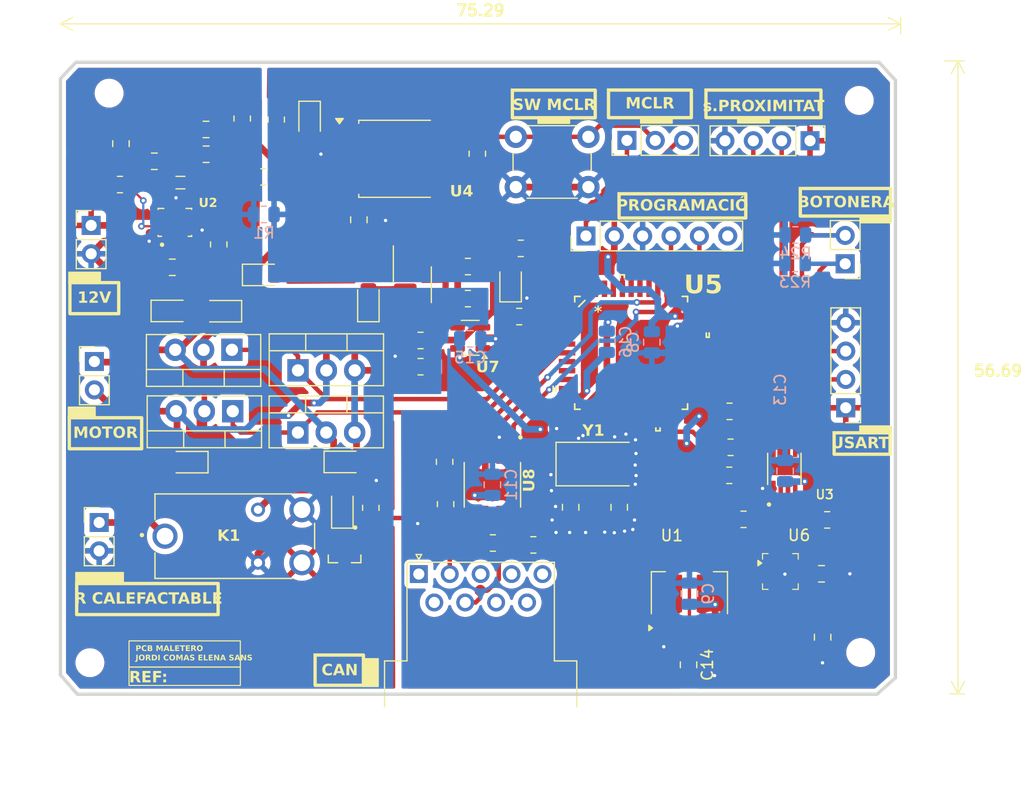
<source format=kicad_pcb>
(kicad_pcb (version 20241229) (generator "pcbnew") (generator_version "9.0")
  (layers (0 "F.Cu" signal) (2 "B.Cu" signal) (13 "F.Paste" user) (15 "B.Paste" user) (5 "F.SilkS" user "F.Silkscreen") (7 "B.SilkS" user "B.Silkscreen") (1 "F.Mask" user) (3 "B.Mask" user) (25 "Edge.Cuts" user))
  (property "IMPORTANTS" "")
  (property "NO IMPORTANTS" "")
  (net 0 "")
  (net 1 "GNDPWR")
  (net 2 "+12V")
  (net 3 "GND")
  (net 4 "/Osc1")
  (net 5 "/Osc2")
  (net 6 "VCC")
  (net 9 "/Canl")
  (net 14 "/Canh")
  (net 16 "/M+")
  (net 17 "/M-")
  (net 18 "/shunt")
  (net 19 "/Vrele")
  (net 20 "/MCLR")
  (net 21 "/Vpp")
  (net 22 "/Baixar")
  (net 23 "/Pujar")
  (net 24 "/R_on")
  (net 25 "/Vref")
  (net 26 "/Vcc_3.3V")
  (net 27 "/S_entrada")
  (net 28 "/PGC")
  (net 29 "/Rx")
  (net 30 "/Boto_R")
  (net 31 "/usart_rx")
  (net 32 "/Tx")
  (net 33 "/PGD")
  (net 34 "/SCL")
  (net 35 "/SDA")
  (net 36 "/S_sortida")
  (net 37 "/usart_tx")
  (net 38 "/Boto_Motor")
  (net 39 "/SCL_S")
  (net 40 "/VR_Calef_+")
  (net 41 "/corrent")
  (net 42 "/SDA_S")
  (net 43 "/Vouta1")
  (net 44 "/L2")
  (net 45 "/V_LED_XIP")
  (net 46 "/L1")
  (net 47 "/V-s")
  (net 48 "/RsU4")
  (net 49 "/PS")
  (net 50 "/Vadj")
  (net 51 "/Man_CLR")
  (net 52 "/Vs.7")
  (net 53 "/Vaux")
  (net 54 "/V+")
  (net 55 "/PG_")
  (net 56 "/V_LED_ON")
  (net 57 "Net-(U6-CAP)")
  (net 58 "Net-(U3-EN)")
  (footprint "Capacitor_SMD:C_0805_2012Metric" (layer "F.Cu") (at 169.53 81.4 180)
    (property "Reference" "C10" (hide yes))
    (property "Value" "10u")
  )
  (footprint "Package_LGA:LGA-16_3x3mm_P0.5mm" (layer "F.Cu") (at 220.965 118.77)
    (property "Reference" "U6")
    (property "Value" "MMC5883MA")
  )
  (footprint "Library:PCA" (layer "F.Cu") (at 221.32 109.5825 90)
    (property "Reference" "U3")
    (property "Value" "PCA9306")
  )
  (footprint "Capacitor_SMD:C_0805_2012Metric" (layer "F.Cu") (at 202.18 113.02 -90)
    (property "Reference" "C3" (hide yes))
    (property "Value" "15p")
  )
  (footprint "Resistor_SMD:R_0805_2012Metric" (layer "F.Cu") (at 188.7325 98.08)
    (property "Reference" "R18" (hide yes))
    (property "Value" "2k")
  )
  (footprint "Connector_PinHeader_2.54mm:PinHeader_1x04_P2.54mm_Vertical" (layer "F.Cu") (at 226.82 104.11 180)
    (property "Reference" "USART")
    (property "Value" "Conn_01x04_Pin" (hide yes))
  )
  (footprint "Resistor_SMD:R_0805_2012Metric" (layer "F.Cu") (at 216.3875 110.16)
    (property "Reference" "R6" (hide yes))
    (property "Value" "200k")
  )
  (footprint "Resistor_SMD:R_0805_2012Metric" (layer "F.Cu") (at 216.5025 107.65)
    (property "Reference" "R7" (hide yes))
    (property "Value" "2.7k")
  )
  (footprint "Library:PIC258SMD" (layer "F.Cu") (at 207.5996 99.1876)
    (property "Reference" "U5")
    (property "Value" "PIC18F448-IP")
  )
  (footprint "Resistor_SMD:R_0805_2012Metric" (layer "F.Cu") (at 198.84 116.39 180)
    (property "Reference" "R17" (hide yes))
    (property "Value" "1k")
  )
  (footprint "Capacitor_SMD:C_0805_2012Metric" (layer "F.Cu") (at 169.52 79.18 180)
    (property "Reference" "C11" (hide yes))
    (property "Value" "10u")
  )
  (footprint "Diode_SMD:D_0805_2012Metric_Pad1.15x1.40mm_HandSolder" (layer "F.Cu") (at 181.73 113.03 90)
    (property "Reference" "D1" (hide yes))
    (property "Value" "D")
  )
  (footprint "Connector_PinHeader_2.54mm:PinHeader_1x02_P2.54mm_Vertical" (layer "F.Cu") (at 159.95 114.385)
    (property "Reference" "R CALEFACTABLE")
    (property "Value" "Conn_01x02_Pin")
  )
  (footprint "Resistor_SMD:R_0805_2012Metric" (layer "F.Cu") (at 197.71 89.83)
    (property "Reference" "R2" (hide yes))
    (property "Value" "R")
  )
  (footprint "Package_TO_SOT_SMD:SOT-223-3_TabPin2" (layer "F.Cu") (at 212.8175 120.7 90)
    (property "Reference" "U1")
    (property "Value" "AMS1117-3.3")
  )
  (footprint "Package_TO_SOT_THT:TO-220-3_Vertical" (layer "F.Cu") (at 171.84 98.92 180)
    (property "Reference" "Q2" (hide yes))
    (property "Value" "IRLZ34N")
  )
  (footprint "Capacitor_SMD:C_0805_2012Metric" (layer "F.Cu") (at 161.9 80.45 90)
    (property "Reference" "C4" (hide yes))
    (property "Value" "10u")
  )
  (footprint "MountingHole:MountingHole_2.1mm" (layer "F.Cu") (at 159.12 126.94)
    (property "Reference" "REF**" (hide yes))
    (property "Value" "MountingHole_2.1mm")
  )
  (footprint "Resistor_SMD:R_0805_2012Metric" (layer "F.Cu") (at 225.1575 114.15)
    (property "Reference" "R3" (hide yes))
    (property "Value" "2.7k")
  )
  (footprint "Diode_SMD:D_0805_2012Metric_Pad1.15x1.40mm_HandSolder" (layer "F.Cu") (at 170.85 95.46 180)
    (property "Reference" "DPM+1" (hide yes))
    (property "Value" "D")
  )
  (footprint "MountingHole:MountingHole_2.1mm" (layer "F.Cu") (at 228.16 126.03)
    (property "Reference" "REF**" (hide yes))
    (property "Value" "MountingHole_2.1mm")
  )
  (footprint "Capacitor_SMD:C_0805_2012Metric" (layer "F.Cu") (at 212.74 127.13 -90)
    (property "Reference" "C14")
    (property "Value" "1u")
  )
  (footprint "Resistor_SMD:R_0805_2012Metric" (layer "F.Cu") (at 190.89 108.9525 -90)
    (property "Reference" "R19" (hide yes))
    (property "Value" "1k")
  )
  (footprint "Resistor_SMD:R_0805_2012Metric" (layer "F.Cu") (at 193.82 81.35 -90)
    (property "Reference" "RMCLR1" (hide yes))
    (property "Value" "1k")
  )
  (footprint "Package_TO_SOT_SMD:SOT-23-5" (layer "F.Cu") (at 193.18 97.8425 180)
    (property "Reference" "U7")
    (property "Value" "OPA336Nx")
  )
  (footprint "LED_SMD:LED_0805_2012Metric" (layer "F.Cu") (at 196.8 92.94 90)
    (property "Reference" "DR1" (hide yes))
    (property "Value" "LED")
  )
  (footprint "Resistor_SMD:R_0805_2012Metric" (layer "F.Cu") (at 188.7325 100.43 180)
    (property "Reference" "R15" (hide yes))
    (property "Value" "1k")
  )
  (footprint "Resistor_SMD:R_0805_2012Metric" (layer "F.Cu") (at 170.659798 89.475712 -90)
    (property "Reference" "R11" (hide yes))
    (property "Value" "1k")
  )
  (footprint "Resistor_SMD:R_0805_2012Metric" (layer "F.Cu") (at 190.98 112.7425 -90)
    (property "Reference" "R21" (hide yes))
    (property "Value" "1k")
  )
  (footprint "Resistor_SMD:R_0805_2012Metric" (layer "F.Cu") (at 197.5725 95.94)
    (property "Reference" "R20" (hide yes))
    (property "Value" "2k")
  )
  (footprint "Capacitor_SMD:C_0805_2012Metric" (layer "F.Cu") (at 164.89 82.03)
    (property "Reference" "C7" (hide yes))
    (property "Value" "10u")
  )
  (footprint "Button_Switch_THT:SW_PUSH_6mm" (layer "F.Cu") (at 197.27 79.84)
    (property "Reference" "SW MCLR")
    (property "Value" "SW_Push")
  )
  (footprint "Diode_SMD:D_0805_2012Metric_Pad1.15x1.40mm_HandSolder" (layer "F.Cu") (at 181.9525 108.96)
    (property "Reference" "DPM+2" (hide yes))
    (property "Value" "D")
  )
  (footprint "Library:SOIC127P599X175-8N" (layer "F.Cu") (at 195.17 111.0075 -90)
    (property "Reference" "U8")
    (property "Value" "MCP2551-I-P")
  )
  (footprint "Diode_SMD:D_0805_2012Metric_Pad1.15x1.40mm_HandSolder" (layer "F.Cu") (at 167.84 108.98 180)
    (property "Reference" "DPM-1" (hide yes))
    (property "Value" "D")
  )
  (footprint "Resistor_SMD:R_0805_2012Metric" (layer "F.Cu") (at 172.76 78.2 -90)
    (property "Reference" "R9" (hide yes))
    (property "Value" "1k")
  )
  (footprint "Resistor_SMD:R_0805_2012Metric" (layer "F.Cu") (at 216.4125 104.43 180)
    (property "Reference" "R12" (hide yes))
    (property "Value" "2.7k")
  )
  (footprint "Crystal:Crystal_SMD_0603-2Pin_6.0x3.5mm" (layer "F.Cu") (at 204.22 109.15)
    (property "Reference" "Y1")
    (property "Value" "Crystal")
  )
  (footprint "Inductor_SMD:L_0805_2012Metric" (layer "F.Cu") (at 167.2275 83.94)
    (property "Reference" "L1" (hide yes))
    (property "Value" "1,5u")
  )
  (footprint "Diode_SMD:D_0805_2012Metric_Pad1.15x1.40mm_HandSolder" (layer "F.Cu") (at 184.06 94.54 90)
    (property "Reference" "D2" (hide yes))
    (property "Value" "DPM-1")
  )
  (footprint "Resistor_SMD:R_0805_2012Metric" (layer "F.Cu") (at 192.9725 94.33)
    (property "Reference" "R14" (hide yes))
    (property "Value" "1k")
  )
  (footprint "Resistor_SMD:R_0805_2012Metric" (layer "F.Cu") (at 161.809798 84.115712 180)
    (property "Reference" "R4" (hide yes))
    (property "Value" "1k")
  )
  (footprint "Connector_PinHeader_2.54mm:PinHeader_1x03_P2.54mm_Vertical" (layer "F.Cu") (at 207.22 80.16 90)
    (property "Reference" "MCLR")
    (property "Value" "Conn_01x03")
  )
  (footprint "Resistor_SMD:R_0805_2012Metric" (layer "F.Cu") (at 175.805 78.2975 90)
    (property "Reference" "R10" (hide yes))
    (property "Value" "680")
  )
  (footprint "Library:RELAY_A161CS12VDC.64" (layer "F.Cu") (at 172.0975 115.61)
    (property "Reference" "K1")
    (property "Value" "A161CS12VDC.64" (hide yes))
  )
  (footprint "Resistor_SMD:R_Shunt_Vishay_WSK2512_6332Metric_T2.21mm" (layer "F.Cu") (at 188 92.145 90)
    (property "Reference" "R_shunt1" (hide yes))
    (property "Value" "0.005R")
  )
  (footprint "Package_TO_SOT_THT:TO-220-3_Vertical" (layer "F.Cu") (at 177.76 100.76)
    (property "Reference" "Q5" (hide yes))
    (property "Value" "IRLZ34N")
  )
  (footprint "Library:TPS63070RNMR" (layer "F.Cu") (at 166.729798 87.503212 90)
    (property "Reference" "U2")
    (property "Value" "TPS63070RNMR")
  )
  (footprint "Connector_PinHeader_2.54mm:PinHeader_1x06_P2.54mm_Vertical" (layer "F.Cu") (at 203.55 88.72 90)
    (property "Reference" "PROGRAMACIÓ")
    (property "Value" "Conn_01x06_Pin")
  )
  (footprint "Resistor_SMD:R_0805_2012Metric" (layer "F.Cu") (at 192.9725 91.46 180)
    (property "Reference" "R16" (hide yes))
    (property "Value" "1k")
  )
  (footprint "Package_TO_SOT_SMD:TO-252-3_TabPin2" (layer "F.Cu") (at 186.51 81.81)
    (property "Reference" "U4")
    (property "Value" "LM1117DT-5.0")
  )
  (footprint "Package_TO_SOT_THT:TO-220-3_Vertical" (layer "F.Cu") (at 177.75 106.325)
    (property "Reference" "Q3" (hide yes))
    (property "Value" "IRLZ34N" (hide yes))
  )
  (footprint "LED_SMD:LED_0805_2012Metric" (layer "F.Cu") (at 178.8 78.3375 -90)
    (property "Reference" "DR2" (hide yes))
    (property "Value" "LED")
  )
  (footprint "Capacitor_SMD:C_0805_2012Metric" (layer "F.Cu") (at 183.21 87.27 -90)
    (property "Reference" "C12" (hide yes))
    (property "Value" "10u")
  )
  (footprint "Capacitor_SMD:C_0805_2012Metric" (layer "F.Cu") (at 224.75 124.66 -90)
    (property "Reference" "C2" (hide yes))
    (property "Value" "22u")
  )
  (footprint "Diode_SMD:D_0805_2012Metric_Pad1.15x1.40mm_HandSolder" (layer "F.Cu") (at 166.459798 95.435712)
    (property "Reference" "DPA1" (hide yes))
    (property "Value" "D")
  )
  (footprint "MountingHole:MountingHole_2.1mm" (layer "F.Cu") (at 228.03 76.58)
    (property "Reference" "REF**" (hide yes))
    (property "Value" "MountingHole_2.1mm")
  )
  (footprint "Connector_PinHeader_2.54mm:PinHeader_1x02_P2.54mm_Vertical" (layer "F.Cu") (at 159.23 87.775)
    (property "Reference" "12V")
    (property "Value" "Conn_01x02_Pin")
  )
  (footprint "MountingHole:MountingHole_2.1mm" (layer "F.Cu") (at 160.84 75.93)
    (property "Reference" "REF**" (hide yes))
    (property "Value" "MountingHole_2.1mm")
  )
  (footprint "Connector_PinHeader_2.54mm:PinHeader_1x02_P2.54mm_Vertical" (layer "F.Cu") (at 226.77 91.21 180)
    (property "Reference" "BOTONERA")
    (property "Value" "Conn_01x02_Pin" (hide yes))
  )
  (footprint "Capacitor_SMD:C_0805_2012Metric" (layer "F.Cu") (at 206.53 113.02 -90)
    (property "Reference" "C5" (hide yes))
    (property "Value" "15p")
  )
  (footprint "Resistor_SMD:R_0805_2012Metric" (layer "F.Cu") (at 195.2175 116.22)
    (property "Reference" "R22" (hide yes))
    (property "Value" "120R")
  )
  (footprint "Library:SOT95P237X112-3N" (layer "F.Cu") (at 181.93 117.335 -90)
    (property "Reference" "Q1" (hide yes))
    (property "Value" "IRLZ34N" (hide yes))
  )
  (footprint "Connector_Dsub:DSUB-9_Pins_Horizontal_P2.77x2.54mm_EdgePinOffset9.40mm" (layer "F.Cu") (at 188.58 119.004669)
    (property "Reference" "CAN")
    (property "Value" "DE9_Pins")
  )
  (footprint "Capacitor_SMD:C_0805_2012Metric" (layer "F.Cu") (at 166.499798 91.525712 180)
    (property "Reference" "C6" (hide yes))
    (property "Value" "10u")
  )
  (footprint "Connector_PinHeader_2.54mm:PinHeader_1x02_P2.54mm_Vertical" (layer "F.Cu") (at 159.52 99.965)
    (property "Reference" "MOTOR")
    (property "Value" "Conn_01x02_Pin")
  )
  (footprint "Diode_SMD:D_0805_2012Metric_Pad1.15x1.40mm_HandSolder" (layer "F.Cu") (at 174.639798 92.208212)
    (property "Reference" "DPA2" (hide yes))
    (property "Value" "D")
  )
  (footprint "Resistor_SMD:R_0805_2012Metric" (layer "F.Cu") (at 184.28 113.07 90)
    (property "Reference" "R13" (hide yes))
    (property "Value" "1k")
  )
  (footprint "Capacitor_SMD:C_0805_2012Metric" (layer "F.Cu") (at 224.65 118.98)
    (property "Reference" "C13" (hide yes))
    (property "Value" "10u")
  )
  (footprint "Package_TO_SOT_THT:TO-220-3_Vertical" (layer "F.Cu") (at 171.91 104.415 180)
    (property "Reference" "Q4" (hide yes))
    (property "Value" "IRLZ34N")
  )
  (footprint "Resistor_SMD:R_0805_2012Metric" (layer "F.Cu") (at 174.65 83.43 180)
    (property "Reference" "R8" (hide yes))
    (property "Value" "1k")
  )
  (footprint "Resistor_SMD:R_0805_2012Metric" (layer "F.Cu") (at 217.6625 114.1 180)
    (property "Reference" "R5" (hide yes))
    (property "Value" "2.7k")
  )
  (footprint "Connector_PinHeader_2.54mm:PinHeader_1x04_P2.54mm_Vertical" (layer "F.Cu") (at 223.62 80.19 -90)
    (property "Reference" "s.PROXIMITAT")
    (property "Value" "Conn_01x04_Pin")
  )
  (footprint "Capacitor_SMD:C_0805_2012Metric" (layer "B.Cu") (at 193.18 97.93)
    (property "Reference" "C15")
    (property "Value" "100n")
  )
  (footprint "Resistor_SMD:R_0805_2012Metric" (layer "B.Cu") (at 222.31 88.63)
    (property "Reference" "R24")
    (property "Value" "200k")
  )
  (footprint "Capacitor_SMD:C_0805_2012Metric" (layer "B.Cu") (at 195.17 111.0075 90)
    (property "Reference" "C11")
    (property "Value" "100n")
  )
  (footprint "Resistor_SMD:R_0805_2012Metric" (layer "B.Cu") (at 174.7 86.79)
    (property "Reference" "R1")
    (property "Value" "0")
  )
  (footprint "Resistor_SMD:R_0805_2012Metric" (layer "B.Cu") (at 222.28 91.18)
    (property "Reference" "R23")
    (property "Value" "200k")
  )
  (footprint "Capacitor_SMD:C_0805_2012Metric" (layer "B.Cu") (at 212.82 120.76 90)
    (property "Reference" "C9")
    (property "Value" "100n")
  )
  (footprint "Capacitor_SMD:C_0805_2012Metric" (layer "B.Cu") (at 205.42 98.2 90)
    (property "Reference" "C16")
    (property "Value" "100n")
  )
  (footprint "Capacitor_SMD:C_0805_2012Metric" (layer "B.Cu") (at 221.39 109.77 90)
    (property "Reference" "C13")
    (property "Value" "100n")
  )
  (footprint "Capacitor_SMD:C_0805_2012Metric" (layer "B.Cu") (at 209.45 98.24 -90)
    (property "Reference" "C8")
    (property "Value" "100n")
  )
  (gr_rect (start 208.44 78.025) (end 211.28 78.615) (stroke (width 0.1)) (fill yes) (layer "F.SilkS"))
  (gr_rect (start 157.33 92.9) (end 161.7 95.68) (stroke (width 0.3)) (fill no) (layer "F.SilkS"))
  (gr_rect (start 217.13 78.03) (end 219.97 78.6) (stroke (width 0.1)) (fill yes) (layer "F.SilkS"))
  (gr_rect (start 157.185 104.045) (end 159.595 105.015) (stroke (width 0.1)) (fill yes) (layer "F.SilkS"))
  (gr_rect (start 228.07 105.73) (end 230.91 106.3) (stroke (width 0.1)) (fill yes) (layer "F.SilkS"))
  (gr_rect (start 205.57 75.65) (end 212.99 78.12) (stroke (width 0.3)) (fill no) (layer "F.SilkS"))
  (gr_rect (start 228.09 86.975) (end 230.93 87.545) (stroke (width 0.1)) (fill yes) (layer "F.SilkS"))
  (gr_rect (start 183.57 126.58) (end 184.95 129.07) (stroke (width 0.1)) (fill yes) (layer "F.SilkS"))
  (gr_rect (start 157.85 118.86) (end 162.12 119.83) (stroke (width 0.1)) (fill yes) (layer "F.SilkS"))
  (gr_rect (start 196.96 75.66) (end 204.38 78.13) (stroke (width 0.3)) (fill no) (layer "F.SilkS"))
  (gr_rect (start 225.78 106.35) (end 230.79 108.27) (stroke (width 0.3)) (fill no) (layer "F.SilkS"))
  (gr_rect (start 222.75 84.465) (end 230.83 86.935) (stroke (width 0.3)) (fill no) (layer "F.SilkS"))
  (gr_rect (start 157.275 105) (end 163.755 107.78) (stroke (width 0.3)) (fill no) (layer "F.SilkS"))
  (gr_rect (start 162.625 127.33) (end 172.595 128.98) (stroke (width 0.1)) (fill no) (layer "F.SilkS"))
  (gr_rect (start 206.515 84.94) (end 217.865 87.11) (stroke (width 0.3)) (fill no) (layer "F.SilkS"))
  (gr_rect (start 157.225 91.965) (end 160.065 92.935) (stroke (width 0.1)) (fill yes) (layer "F.SilkS"))
  (gr_rect (start 199.25 78.045) (end 202.09 78.635) (stroke (width 0.1)) (fill yes) (layer "F.SilkS"))
  (gr_rect (start 214.3 75.65) (end 224.6 78.12) (stroke (width 0.3)) (fill no) (layer "F.SilkS"))
  (gr_rect (start 179.29 126.255) (end 183.62 128.965) (stroke (width 0.3)) (fill no) (layer "F.SilkS"))
  (gr_rect (start 157.935 119.85) (end 170.605 122.63) (stroke (width 0.3)) (fill no) (layer "F.SilkS"))
  (gr_rect (start 162.625 124.99) (end 172.595 127.33) (stroke (width 0.1)) (fill no) (layer "F.SilkS"))
  (gr_line (start 229.797953 73.16) (end 231.27 74.77) (stroke (width 0.3)) (layer "Edge.Cuts"))
  (gr_line (start 157.985069 129.762983) (end 229.625312 129.762983) (stroke (width 0.3)) (layer "Edge.Cuts"))
  (gr_line (start 156.48 128.036101) (end 156.48 74.63) (stroke (width 0.3)) (layer "Edge.Cuts"))
  (gr_line (start 157.870002 73.16) (end 229.797953 73.16) (stroke (width 0.3)) (layer "Edge.Cuts"))
  (gr_line (start 231.27 128.3) (end 231.27 74.77) (stroke (width 0.3)) (layer "Edge.Cuts"))
  (gr_line (start 156.48 128.036101) (end 157.985069 129.762983) (stroke (width 0.3)) (layer "Edge.Cuts"))
  (gr_line (start 157.870002 73.16) (end 156.48 74.63) (stroke (width 0.3)) (layer "Edge.Cuts"))
  (gr_line (start 231.27 128.3) (end 229.625312 129.762983) (stroke (width 0.3)) (layer "Edge.Cuts"))
  (gr_text "PCB MALETERO \nJORDI COMAS ELENA SANS \n" (at 163.205 126.82 0) (layer "F.SilkS") (effects (font (size 0.5 0.5) (thickness 0.1) (bold yes)) (justify left bottom)))
  (gr_text "REF:" (at 162.625 128.87 0) (layer "F.SilkS") (effects (font (size 1 1) (thickness 0.1) (bold yes)) (justify left bottom)))
  (dimension (type orthogonal) (layer "F.SilkS") (pts (xy 156.45 69.72) (xy 231.74 71.12)) (height 0) (orientation 0) (format (prefix "") (suffix "") (units 3) (units_format 0) (precision 4) (suppress_zeroes yes)) (style (thickness 0.1) (arrow_length 1.27) (text_position_mode 0) (arrow_direction outward) (extension_height 0.58642) (extension_offset 0.5) (keep_text_aligned yes)) (gr_text "75,29" (at 194.095 68.52 0) (layer "F.SilkS") (effects (font (size 1 1) (thickness 0.2) (bold yes)))))
  (dimension (type orthogonal) (layer "F.SilkS") (pts (xy 235.18 73.04) (xy 235.62 129.73)) (height 1.69) (orientation 1) (format (prefix "") (suffix "") (units 3) (units_format 0) (precision 4) (suppress_zeroes yes)) (style (thickness 0.1) (arrow_length 1.27) (text_position_mode 2) (arrow_direction outward) (extension_height 0.58642) (extension_offset 0.5)) (gr_text "56,69" (at 240.46 100.79 0) (layer "F.SilkS") (effects (font (size 1 1) (thickness 0.2) (bold yes)))))
  (segment (start 192.619792 95.481) (end 190.975774 95.481) (width 0.6) (layer "F.Cu") (net 1))
  (segment (start 169.17 88.19) (end 168.7 87.72) (width 0.3) (layer "F.Cu") (net 1))
  (segment (start 188.971 96.929) (end 187.82 98.08) (width 0.6) (layer "F.Cu") (net 1))
  (segment (start 184.1275 112.005) (end 184.28 112.1575) (width 0.6) (layer "F.Cu") (net 1))
  (segment (start 164.43 89.19) (end 160.355 89.19) (width 0.6) (layer "F.Cu") (net 1))
  (segment (start 193.770792 94.33) (end 192.619792 95.481) (width 0.6) (layer "F.Cu") (net 1))
  (segment (start 166.729798 85.400202) (end 166.729798 86.903212) (width 0.3) (layer "F.Cu") (net 1))
  (segment (start 167.904798 88.228212) (end 167.479798 88.653212) (width 0.3) (layer "F.Cu") (net 1))
  (segment (start 174.1775 117.165) (end 174.1775 117.985) (width 0.6) (layer "F.Cu") (net 1))
  (segment (start 189.527774 96.929) (end 188.971 96.929) (width 0.6) (layer "F.Cu") (net 1))
  (segment (start 168.7 87.72) (end 168.13801 87.72) (width 0.3) (layer "F.Cu") (net 1))
  (segment (start 165.329798 88.402) (end 164.468 88.402) (width 0.6) (layer "F.Cu") (net 1))
  (segment (start 168.13801 87.72) (end 168.129798 87.728212) (width 0.3) (layer "F.Cu") (net 1))
  (segment (start 193.885 94.33) (end 193.770792 94.33) (width 0.6) (layer "F.Cu") (net 1))
  (segment (start 181.73 112.005) (end 184.1275 112.005) (width 0.6) (layer "F.Cu") (net 1))
  (segment (start 184.28 111.11) (end 184.77 110.62) (width 0.6) (layer "F.Cu") (net 1))
  (segment (start 164.43 88.44) (end 164.43 89.19) (width 0.6) (layer "F.Cu") (net 1))
  (segment (start 160.355 89.19) (end 159.23 90.315) (width 0.6) (layer "F.Cu") (net 1))
  (segment (start 164.468 88.402) (end 164.43 88.44) (width 0.6) (layer "F.Cu") (net 1))
  (segment (start 168.129798 88.228212) (end 167.904798 88.228212) (width 0.3) (layer "F.Cu") (net 1))
  (segment (start 166.83 85.3) (end 166.729798 85.400202) (width 0.3) (layer "F.Cu") (net 1))
  (segment (start 187.82 98.08) (end 187.82 98.13) (width 0.6) (layer "F.Cu") (net 1))
  (segment (start 159.23 90.315) (end 160.440712 91.525712) (width 0.6) (layer "F.Cu") (net 1))
  (segment (start 187.82 98.13) (end 186.46 99.49) (width 0.6) (layer "F.Cu") (net 1))
  (segment (start 184.28 112.1575) (end 184.28 111.11) (width 0.6) (layer "F.Cu") (net 1))
  (segment (start 160.440712 91.525712) (end 165.549798 91.525712) (width 0.6) (layer "F.Cu") (net 1))
  (segment (start 178.1075 113.235) (end 174.1775 117.165) (width 0.6) (layer "F.Cu") (net 1))
  (segment (start 190.975774 95.481) (end 189.527774 96.929) (width 0.6) (layer "F.Cu") (net 1))
  (via (at 164.43 89.19) (size 0.6) (drill 0.3) (layers "F.Cu" "B.Cu") (net 1))
  (via (at 186.46 99.49) (size 0.6) (drill 0.3) (layers "F.Cu" "B.Cu") (net 1))
  (via (at 169.17 88.19) (size 0.6) (drill 0.3) (layers "F.Cu" "B.Cu") (net 1))
  (via (at 166.83 85.3) (size 0.6) (drill 0.3) (layers "F.Cu" "B.Cu") (net 1))
  (via (at 184.77 110.62) (size 0.6) (drill 0.3) (layers "F.Cu" "B.Cu") (net 1))
  (segment (start 169.3 98.92) (end 169.3 101.03) (width 0.6) (layer "F.Cu") (net 2))
  (segment (start 162.522298 86.978212) (end 165.329798 86.978212) (width 0.6) (layer "F.Cu") (net 2))
  (segment (start 169.3 98.92) (end 169.3 98.035) (width 0.6) (layer "F.Cu") (net 2))
  (segment (start 161.9 81.4) (end 161.55 81.4) (width 0.6) (layer "F.Cu") (net 2))
  (segment (start 163.94 83.2) (end 163.95 83.21) (width 0.6) (layer "F.Cu") (net 2))
  (segment (start 160.897298 82.052702) (end 160.897298 84.115712) (width 0.6) (layer "F.Cu") (net 2))
  (segment (start 160.897298 85.353212) (end 162.522298 86.978212) (width 0.6) (layer "F.Cu") (net 2))
  (segment (start 162.67 81.4) (end 161.9 81.4) (width 0.6) (layer "F.Cu") (net 2))
  (segment (start 160.897298 84.115712) (end 160.897298 85.353212) (width 0.6) (layer "F.Cu") (net 2))
  (segment (start 168.10709 96.586712) (end 166.585798 96.586712) (width 0.6) (layer "F.Cu") (net 2))
  (segment (start 169.3 98.035) (end 171.875 95.46) (width 0.6) (layer "F.Cu") (net 2))
  (segment (start 171.875 95.46) (end 170.724 94.309) (width 0.6) (layer "F.Cu") (net 2))
  (segment (start 168.979586 94.309) (end 168.510798 94.777788) (width 0.6) (layer "F.Cu") (net 2))
  (segment (start 169.3 101.03) (end 169.27 101.06) (width 0.6) (layer "F.Cu") (net 2))
  (segment (start 166.585798 96.586712) (end 165.434798 95.435712) (width 0.6) (layer "F.Cu") (net 2))
  (segment (start 161.55 81.4) (end 160.897298 82.052702) (width 0.6) (layer "F.Cu") (net 2))
  (segment (start 168.975 104.81) (end 169.37 104.415) (width 0.6) (layer "F.Cu") (net 2))
  (segment (start 163.3 82.03) (end 162.67 81.4) (width 0.6) (layer "F.Cu") (net 2))
  (segment (start 168.510798 94.777788) (end 168.510798 96.183004) (width 0.6) (layer "F.Cu") (net 2))
  (segment (start 159.23 87.775) (end 161.72551 87.775) (width 0.6) (layer "F.Cu") (net 2))
  (segment (start 170.724 94.309) (end 168.979586 94.309) (width 0.6) (layer "F.Cu") (net 2))
  (segment (start 163.94 82.03) (end 163.94 83.2) (width 0.6) (layer "F.Cu") (net 2))
  (segment (start 163.94 82.03) (end 163.3 82.03) (width 0.6) (layer "F.Cu") (net 2))
  (segment (start 161.72551 87.775) (end 162.522298 86.978212) (width 0.6) (layer "F.Cu") (net 2))
  (segment (start 168.975 109.065) (end 168.975 104.81) (width 0.6) (layer "F.Cu") (net 2))
  (segment (start 168.510798 96.183004) (end 168.10709 96.586712) (width 0.6) (layer "F.Cu") (net 2))
  (segment (start 221.37 119.01) (end 221.37 118.92) (width 0.3) (layer "F.Cu") (net 3))
  (segment (start 203.6118 104.928) (end 203.6118 106.2682) (width 0.6) (layer "F.Cu") (net 3))
  (segment (start 220.715 117.495) (end 220.715 118.355) (width 0.3) (layer "F.Cu") (net 3))
  (segment (start 210.52 123.74) (end 210.52 125.51) (width 0.6) (layer "F.Cu") (net 3))
  (segment (start 205.423624 96.557038) (end 205.535331 96.445331) (width 0.6) (layer "F.Cu") (net 3))
  (segment (start 195.375 97.8425) (end 195.46 97.9275) (width 0.6) (layer "F.Cu") (net 3))
  (segment (start 199.76 116.39) (end 200.87 115.28) (width 0.6) (layer "F.Cu") (net 3))
  (segment (start 197.8575 93.8775) (end 198.26 94.28) (width 0.6) (layer "F.Cu") (net 3))
  (segment (start 224.75 126.94) (end 224.74 126.95) (width 0.6) (layer "F.Cu") (net 3))
  (segment (start 221.715 119.52) (end 221.37 119.175) (width 0.3) (layer "F.Cu") (net 3))
  (segment (start 179.81 81.19) (end 179.81 81.39) (width 0.6) (layer "F.Cu") (net 3))
  (segment (start 225.6 118.98) (end 227.19 118.98) (width 0.6) (layer "F.Cu") (net 3))
  (segment (start 203.6118 106.2682) (end 203.28 106.6) (width 0.6) (layer "F.Cu") (net 3))
  (segment (start 212.76 128.1) (end 212.74 128.08) (width 0.6) (layer "F.Cu") (net 3))
  (segment (start 179.34 77.4) (end 181.47 79.53) (width 0.6) (layer "F.Cu") (net 3))
  (segment (start 222.24 119.52) (end 221.715 119.52) (width 0.3) (layer "F.Cu") (net 3))
  (segment (start 220.715 118.355) (end 221.37 119.01) (width 0.3) (layer "F.Cu") (net 3))
  (segment (start 224.75 125.61) (end 224.75 126.94) (width 0.6) (layer "F.Cu") (net 3))
  (segment (start 183.21 88.22) (end 184.71 88.22) (width 0.6) (layer "F.Cu") (net 3))
  (segment (start 196.8 93.8775) (end 197.8575 93.8775) (width 0.6) (layer "F.Cu") (net 3))
  (segment (start 221.37 118.92) (end 221.77 118.52) (width 0.3) (layer "F.Cu") (net 3))
  (segment (start 195.805 108.3375) (end 195.805 106.765) (width 0.6) (layer "F.Cu") (net 3))
  (segment (start 184.71 88.22) (end 185.6 87.33) (width 0.6) (layer "F.Cu") (net 3))
  (segment (start 220.345 111.3525) (end 219.3925 111.3525) (width 0.6) (layer "F.Cu") (net 3))
  (segment (start 178.8 77.4) (end 179.34 77.4) (width 0.6) (layer "F.Cu") (net 3))
  (segment (start 199.7525 116.39) (end 199.76 116.39) (width 0.6) (layer "F.Cu") (net 3))
  (segment (start 203.6118 104.928) (end 203.6118 103.8355) (width 0.6) (layer "F.Cu") (net 3))
  (segment (start 219.3925 111.3525) (end 219.37 111.33) (width 0.6) (layer "F.Cu") (net 3))
  (segment (start 221.37 119.175) (end 221.37 119.01) (width 0.3) (layer "F.Cu") (net 3))
  (segment (start 213.33 96.79) (end 213.34 96.8) (width 0.6) (layer "F.Cu") (net 3))
  (segment (start 221.77 118.52) (end 222.24 118.52) (width 0.3) (layer "F.Cu") (net 3))
  (segment (start 190.98 113.655) (end 189.305 113.655) (width 0.6) (layer "F.Cu") (net 3))
  (segment (start 189.305 113.655) (end 188.48 114.48) (width 0.6) (layer "F.Cu") (net 3))
  (segment (start 195.805 106.765) (end 195.79 106.75) (width 0.6) (layer "F.Cu") (net 3))
  (segment (start 194.3175 97.8425) (end 195.375 97.8425) (width 0.6) (layer "F.Cu") (net 3))
  (segment (start 215.07 128.1) (end 212.76 128.1) (width 0.6) (layer "F.Cu") (net 3))
  (segment (start 203.6118 103.8355) (end 205.423624 102.023676) (width 0.6) (layer "F.Cu") (net 3))
  (segment (start 205.423624 102.023676) (end 205.423624 96.557038) (width 0.6) (layer "F.Cu") (net 3))
  (segment (start 211.74 96.79) (end 213.33 96.79) (width 0.6) (layer "F.Cu") (net 3))
  (segment (start 197.27 84.34) (end 203.77 84.34) (width 0.6) (layer "F.Cu") (net 3))
  (segment (start 181.47 79.53) (end 179.81 81.19) (width 0.6) (layer "F.Cu") (net 3))
  (via (at 200.92107 105.97) (size 0.6) (drill 0.3) (layers "F.Cu" "B.Cu") (net 3))
  (via (at 188.48 114.48) (size 0.6) (drill 0.3) (layers "F.Cu" "B.Cu") (net 3))
  (via (at 207.9 114.16) (size 0.6) (drill 0.3) (layers "F.Cu" "B.Cu") (net 3))
  (via (at 198.26 94.28) (size 0.6) (drill 0.3) (layers "F.Cu" "B.Cu") (net 3))
  (via (at 207.97 110.96) (size 0.6) (drill 0.3) (layers "F.Cu" "B.Cu") (net 3))
  (via (at 195.46 97.9275) (size 0.6) (drill 0.3) (layers "F.Cu" "B.Cu") (net 3))
  (via (at 203.52 115.28) (size 0.6) (drill 0.3) (layers "F.Cu" "B.Cu") (net 3))
  (via (at 211.74 96.79) (size 0.6) (drill 0.3) (layers "F.Cu" "B.Cu") (net 3))
  (via (at 207.13 106.47) (size 0.6) (drill 0.3) (layers "F.Cu" "B.Cu") (net 3))
  (via (at 210.52 125.51) (size 0.6) (drill 0.3) (layers "F.Cu" "B.Cu") (net 3))
  (via (at 207.01 115.16) (size 0.6) (drill 0.3) (layers "F.Cu" "B.Cu") (net 3))
  (via (at 200.87 115.28) (size 0.6) (drill 0.3) (layers "F.Cu" "B.Cu") (net 3))
  (via (at 207.75 115.01) (size 0.6) (drill 0.3) (layers "F.Cu" "B.Cu") (net 3))
  (via (at 205.535331 96.445331) (size 0.6) (drill 0.3) (layers "F.Cu" "B.Cu") (net 3))
  (via (at 203.28 106.6) (size 0.6) (drill 0.3) (layers "F.Cu" "B.Cu") (net 3))
  (via (at 208.03 108.2) (size 0.6) (drill 0.3) (layers "F.Cu" "B.Cu") (net 3))
  (via (at 185.6 87.33) (size 0.6) (drill 0.3) (layers "F.Cu" "B.Cu") (net 3))
  (via (at 205.23 115.25) (size 0.6) (drill 0.3) (layers "F.Cu" "B.Cu") (net 3))
  (via (at 202.09 115.28) (size 0.6) (drill 0.3) (layers "F.Cu" "B.Cu") (net 3))
  (via (at 219.37 111.33) (size 0.6) (drill 0.3) (layers "F.Cu" "B.Cu") (net 3))
  (via (at 224.74 126.95) (size 0.6) (drill 0.3) (layers "F.Cu" "B.Cu") (net 3))
  (via (at 179.81 81.39) (size 0.6) (drill 0.3) (layers "F.Cu" "B.Cu") (net 3))
  (via (at 206.120306 106.710306) (size 0.6) (drill 0.3) (layers "F.Cu" "B.Cu") (net 3))
  (via (at 221.37 119.01) (size 0.5) (drill 0.3) (layers "F.Cu" "B.Cu") (net 3))
  (via (at 207.99 106.98) (size 0.6) (drill 0.3) (layers "F.Cu" "B.Cu") (net 3))
  (via (at 200.83 112.95) (size 0.6) (drill 0.3) (layers "F.Cu" "B.Cu") (net 3))
  (via (at 202.890463 106.840199) (size 0.6) (drill 0.3) (layers "F.Cu" "B.Cu") (net 3))
  (via (at 200.41 110.1) (size 0.6) (drill 0.3) (layers "F.Cu" "B.Cu") (net 3))
  (via (at 208.04 110.18) (size 0.6) (drill 0.3) (layers "F.Cu" "B.Cu") (net 3))
  (via (at 215.07 128.1) (size 0.6) (drill 0.3) (layers "F.Cu" "B.Cu") (net 3))
  (via (at 200.46 111.53) (size 0.6) (drill 0.3) (layers "F.Cu" "B.Cu") (net 3))
  (via (at 195.79 106.75) (size 0.6) (drill 0.3) (layers "F.Cu" "B.Cu") (net 3))
  (via (at 227.19 118.98) (size 0.6) (drill 0.3) (layers "F.Cu" "B.Cu") (net 3))
  (via (at 200.52 114.16) (size 0.6) (drill 0.3) (layers "F.Cu" "B.Cu") (net 3))
  (via (at 206.09 115.3) (size 0.6) (drill 0.3) (layers "F.Cu" "B.Cu") (net 3))
  (via (at 207.96 109.24) (size 0.6) (drill 0.3) (layers "F.Cu" "B.Cu") (net 3))
  (segment (start 211.14 98.748344) (end 210.698344 99.19) (width 0.6) (layer "B.Cu") (net 3))
  (segment (start 194.13 97.93) (end 195.4575 97.93) (width 0.6) (layer "B.Cu") (net 3))
  (segment (start 220.01 108.82) (end 221.39 108.82) (width 0.6) (layer "B.Cu") (net 3))
  (segment (start 205.42 96.560662) (end 205.535331 96.445331) (width 0.6) (layer "B.Cu") (net 3))
  (segment (start 210.698344 99.19) (end 209.45 99.19) (width 0.6) (layer "B.Cu") (net 3))
  (segment (start 211.69904 96.8) (end 211.73 96.8) (width 0.6) (layer "B.Cu") (net 3))
  (segment (start 205.42 97.25) (end 205.42 96.560662) (width 0.6) (layer "B.Cu") (net 3))
  (segment (start 211.14 97.35904) (end 211.14 98.748344) (width 0.6) (layer "B.Cu") (net 3))
  (segment (start 211.73 96.8) (end 211.74 96.79) (width 0.6) (layer "B.Cu") (net 3))
  (segment (start 195.4575 97.93) (end 195.46 97.9275) (width 0.6) (layer "B.Cu") (net 3))
  (segment (start 219.37 111.33) (end 219.37 109.46) (width 0.6) (layer "B.Cu") (net 3))
  (segment (start 211.69904 96.8) (end 211.14 97.35904) (width 0.6) (layer "B.Cu") (net 3))
  (segment (start 219.37 109.46) (end 220.01 108.82) (width 0.6) (layer "B.Cu") (net 3))
  (segment (start 204.3992 106.7708) (end 202.02 109.15) (width 0.4) (layer "F.Cu") (net 4))
  (segment (start 202.18 109.31) (end 202.02 109.15) (width 0.4) (layer "F.Cu") (net 4))
  (segment (start 202.18 112.07) (end 202.18 109.31) (width 0.4) (layer "F.Cu") (net 4))
  (segment (start 204.3992 104.928) (end 204.3992 106.7708) (width 0.4) (layer "F.Cu") (net 4))
  (segment (start 205.69 108.42) (end 206.42 109.15) (width 0.4) (layer "F.Cu") (net 5))
  (segment (start 205.212 104.928) (end 205.212 106.791339) (width 0.4) (layer "F.Cu") (net 5))
  (segment (start 205.212 106.791339) (end 205.69 107.269339) (width 0.4) (layer "F.Cu") (net 5))
  (segment (start 206.53 112.07) (end 206.53 109.26) (width 0.4) (layer "F.Cu") (net 5))
  (segment (start 206.53 109.26) (end 206.42 109.15) (width 0.4) (layer "F.Cu") (net 5))
  (segment (start 205.69 107.269339) (end 205.69 108.42) (width 0.4) (layer "F.Cu") (net 5))
  (segment (start 213.373505 110.16) (end 215.475 110.16) (width 0.6) (layer "F.Cu") (net 6))
  (segment (start 201.510654 103.1754) (end 201.8592 103.1754) (width 0.6) (layer "F.Cu") (net 6))
  (segment (start 180.599792 76.4615) (end 183.021 78.882708) (width 0.6) (layer "F.Cu") (net 6))
  (segment (start 175.664798 92.208212) (end 177.428212 92.208212) (width 0.6) (layer "F.Cu") (net 6))
  (segment (start 212.57 109.356495) (end 213.373505 110.16) (width 0.6) (layer "F.Cu") (net 6))
  (segment (start 184.57 81.81) (end 186.095 83.335) (width 0.6) (layer "F.Cu") (net 6))
  (segment (start 193.59 111.95) (end 194.18 111.95) (width 0.6) (layer "F.Cu") (net 6))
  (segment (start 221.42 109.13) (end 220.995 108.705) (width 0.6) (layer "F.Cu") (net 6))
  (segment (start 203.63 102.59) (end 203.1 103.12) (width 0.6) (layer "F.Cu") (net 6))
  (segment (start 186.095 80.285) (end 186.095 83.335) (width 0.6) (layer "F.Cu") (net 6))
  (segment (start 203.1 103.12) (end 201.9146 103.12) (width 0.6) (layer "F.Cu") (net 6))
  (segment (start 192.25 99) (end 192.0425 98.7925) (width 0.6) (layer "F.Cu") (net 6))
  (segment (start 175.805 77.385) (end 176.7285 76.4615) (width 0.6) (layer "F.Cu") (net 6))
  (segment (start 223.052312 109.512312) (end 222.67 109.13) (width 0.6) (layer "F.Cu") (net 6))
  (segment (start 199.46 106.04) (end 199.46 105.226054) (width 0.6) (layer "F.Cu") (net 6))
  (segment (start 206.09 88.72) (end 206.09 90.03) (width 0.6) (layer "F.Cu") (net 6))
  (segment (start 183.021 80.259) (end 181.47 81.81) (width 0.6) (layer "F.Cu") (net 6))
  (segment (start 194.18 111.95) (end 194.535 111.595) (width 0.6) (layer "F.Cu") (net 6))
  (segment (start 199.46 105.226054) (end 201.510654 103.1754) (width 0.6) (layer "F.Cu") (net 6))
  (segment (start 223.14 110.71) (end 223.052312 110.622312) (width 0.6) (layer "F.Cu") (net 6))
  (segment (start 206.09 90.03) (end 205.53 90.59) (width 0.6) (layer "F.Cu") (net 6))
  (segment (start 186.095 83.335) (end 186.095 83.435) (width 0.6) (layer "F.Cu") (net 6))
  (segment (start 192.25 99.6175) (end 192.25 99) (width 0.6) (layer "F.Cu") (net 6))
  (segment (start 212.57 107.3) (end 212.57 109.356495) (width 0.6) (layer "F.Cu") (net 6))
  (segment (start 220.995 108.705) (end 220.995 107.8125) (width 0.6) (layer "F.Cu") (net 6))
  (segment (start 194.535 111.595) (end 194.535 108.3375) (width 0.6) (layer "F.Cu") (net 6))
  (segment (start 177.428212 92.208212) (end 177.43 92.21) (width 0.6) (layer "F.Cu") (net 6))
  (segment (start 218.089678 107.65) (end 219.289678 106.45) (width 0.6) (layer "F.Cu") (net 6))
  (segment (start 184.57 81.81) (end 186.095 80.285) (width 0.6) (layer "F.Cu") (net 6))
  (segment (start 219.289678 106.45) (end 220.598355 106.45) (width 0.6) (layer "F.Cu") (net 6))
  (segment (start 176.7285 76.4615) (end 180.599792 76.4615) (width 0.6) (layer "F.Cu") (net 6))
  (segment (start 213.2628 95.91) (end 213.34 95.9872) (width 0.6) (layer "F.Cu") (net 6))
  (segment (start 223.052312 110.622312) (end 223.052312 109.512312) (width 0.6) (layer "F.Cu") (net 6))
  (segment (start 215.5 104.43) (end 214.13 104.43) (width 0.6) (layer "F.Cu") (net 6))
  (segment (start 217.415 107.65) (end 218.089678 107.65) (width 0.6) (layer "F.Cu") (net 6))
  (segment (start 220.598355 106.45) (end 220.995 106.846645) (width 0.6) (layer "F.Cu") (net 6))
  (segment (start 211.53 95.91) (end 213.2628 95.91) (width 0.6) (layer "F.Cu") (net 6))
  (segment (start 189.445 80.285) (end 186.095 80.285) (width 0.6) (layer "F.Cu") (net 6))
  (segment (start 186.095 83.335) (end 189.445 83.335) (width 0.6) (layer "F.Cu") (net 6))
  (segment (start 183.021 78.882708) (end 183.021 80.259) (width 0.6) (layer "F.Cu") (net 6))
  (segment (start 186.095 83.435) (end 183.21 86.32) (width 0.6) (layer "F.Cu") (net 6))
  (segment (start 201.9146 103.12) (end 201.8592 103.1754) (width 0.6) (layer "F.Cu") (net 6))
  (segment (start 214.13 104.43) (end 213.69 104.87) (width 0.6) (layer "F.Cu") (net 6))
  (segment (start 215.12 121.73) (end 215.12 123.74) (width 0.6) (layer "F.Cu") (net 6))
  (segment (start 181.47 81.81) (end 184.57 81.81) (width 0.6) (layer "F.Cu") (net 6))
  (segment (start 222.67 109.13) (end 221.42 109.13) (width 0.6) (layer "F.Cu") (net 6))
  (segment (start 189.445 83.335) (end 189.445 80.285) (width 0.6) (layer "F.Cu") (net 6))
  (segment (start 220.995 106.846645) (end 220.995 107.8125) (width 0.6) (layer "F.Cu") (net 6))
  (via (at 223.14 110.71) (size 0.6) (drill 0.3) (layers "F.Cu" "B.Cu") (net 6))
  (via (at 192.25 99.6175) (size 0.6) (drill 0.3) (layers "F.Cu" "B.Cu") (net 6))
  (via (at 215.12 121.73) (size 0.6) (drill 0.3) (layers "F.Cu" "B.Cu") (net 6))
  (via (at 213.69 104.87) (size 0.6) (drill 0.3) (layers "F.Cu" "B.Cu") (net 6))
  (via (at 193.59 111.95) (size 0.6) (drill 0.3) (layers "F.Cu" "B.Cu") (net 6))
  (via (at 199.46 106.04) (size 0.6) (drill 0.3) (layers "F.Cu" "B.Cu") (net 6))
  (via (at 211.53 95.91) (size 0.6) (drill 0.3) (layers "F.Cu" "B.Cu") (net 6))
  (via (at 212.57 107.3) (size 0.6) (drill 0.3) (layers "F.Cu" "B.Cu") (net 6))
  (via (at 205.53 90.59) (size 0.6) (drill 0.3) (layers "F.Cu" "B.Cu") (net 6))
  (via (at 203.629999 102.589999) (size 0.6) (drill 0.3) (layers "F.Cu" "B.Cu") (net 6))
  (segment (start 210.7 95.93) (end 210.7 95.861032) (width 0.6) (layer "B.Cu") (net 6))
  (segment (start 209.45 96.468968) (end 209.988968 95.93) (width 0.6) (layer "B.Cu") (net 6))
  (segment (start 193.5975 111.9575) (end 193.59 111.95) (width 0.6) (layer "B.Cu") (net 6))
  (segment (start 192.25 99.6175) (end 192.25 99.98) (width 0.6) (layer "B.Cu") (net 6))
  (segment (start 221.39 110.72) (end 223.13 110.72) (width 0.6) (layer "B.Cu") (net 6))
  (segment (start 205.53 90.59) (end 205.497726 90.622274) (width 0.6) (layer "B.Cu") (net 6))
  (segment (start 205.497726 90.622274) (end 205.497726 92.157726) (width 0.6) (layer "B.Cu") (net 6))
  (segment (start 209.45 97.29) (end 209.45 96.468968) (width 0.6) (layer "B.Cu") (net 6))
  (segment (start 209.120891 93.51) (end 209.988968 94.378077) (width 0.6) (layer "B.Cu") (net 6))
  (segment (start 203.629999 100.940001) (end 203.629999 102.589999) (width 0.6) (layer "B.Cu") (net 6))
  (segment (start 209.988968 95.15) (end 209.988968 95.93) (width 0.6) (layer "B.Cu") (net 6))
  (segment (start 210.7 95.93) (end 211.51 95.93) (width 0.6) (layer "B.Cu") (net 6))
  (segment (start 205.42 99.15) (end 203.629999 100.940001) (width 0.6) (layer "B.Cu") (net 6))
  (segment (start 192.23 99.5975) (end 192.25 99.6175) (width 0.6) (layer "B.Cu") (net 6))
  (segment (start 209.988968 94.378077) (end 209.988968 95.15) (width 0.6) (layer "B.Cu") (net 6))
  (segment (start 192.23 97.93) (end 192.23 99.5975) (width 0.6) (layer "B.Cu") (net 6))
  (segment (start 205.497726 92.157726) (end 206.85 93.51) (width 0.6) (layer "B.Cu") (net 6))
  (segment (start 223.13 110.72) (end 223.14 110.71) (width 0.6) (layer "B.Cu") (net 6))
  (segment (start 215.1 121.71) (end 215.12 121.73) (width 0.6) (layer "B.Cu") (net 6))
  (segment (start 211.51 95.93) (end 211.53 95.91) (width 0.6) (layer "B.Cu") (net 6))
  (segment (start 210.7 95.861032) (end 209.988968 95.15) (width 0.6) (layer "B.Cu") (net 6))
  (segment (start 213.69 104.87) (end 212.57 105.99) (width 0.6) (layer "B.Cu") (net 6))
  (segment (start 206.85 93.51) (end 209.120891 93.51) (width 0.6) (layer "B.Cu") (net 6))
  (segment (start 195.17 111.9575) (end 193.5975 111.9575) (width 0.6) (layer "B.Cu") (net 6))
  (segment (start 212.57 105.99) (end 212.57 107.3) (width 0.6) (layer "B.Cu") (net 6))
  (segment (start 212.82 121.71) (end 215.1 121.71) (width 0.6) (layer "B.Cu") (net 6))
  (segment (start 209.988968 95.93) (end 210.7 95.93) (width 0.6) (layer "B.Cu") (net 6))
  (segment (start 192.25 99.98) (end 198.31 106.04) (width 0.6) (layer "B.Cu") (net 6))
  (segment (start 198.31 106.04) (end 199.46 106.04) (width 0.6) (layer "B.Cu") (net 6))
  (segment (start 193.332294 115.22) (end 193.452294 115.22) (width 0.4) (layer "F.Cu") (net 9))
  (segment (start 194.535 113.6775) (end 194.211563 114.000937) (width 0.4) (layer "F.Cu") (net 9))
  (segment (start 192.492294 116.46) (end 192.492294 116.98) (width 0.4) (layer "F.Cu") (net 9))
  (segment (start 193.092294 116.98) (end 193.092294 115.46) (width 0.4) (layer "F.Cu") (net 9))
  (segment (start 194.305 115.031874) (end 194.305 116.22) (width 0.4) (layer "F.Cu") (net 9))
  (segment (start 194.211563 114.938437) (end 194.305 115.031874) (width 0.4) (layer "F.Cu") (net 9))
  (segment (start 194.211563 114.000937) (end 194.211563 114.938437) (width 0.4) (layer "F.Cu") (net 9))
  (segment (start 193.692294 115.46) (end 193.692294 115.98) (width 0.4) (layer "F.Cu") (net 9))
  (segment (start 194.052294 116.22) (end 194.305 116.22) (width 0.4) (layer "F.Cu") (net 9))
  (segment (start 191.35 119.004669) (end 191.35 117.122294) (width 0.4) (layer "F.Cu") (net 9))
  (segment (start 193.932294 116.22) (end 194.052294 116.22) (width 0.4) (layer "F.Cu") (net 9))
  (segment (start 191.35 117.122294) (end 192.252294 116.22) (width 0.4) (layer "F.Cu") (net 9))
  (segment (start 192.732294 117.22) (end 192.852294 117.22) (width 0.4) (layer "F.Cu") (net 9))
  (arc (start 192.852294 117.22) (mid 193.022 117.149706) (end 193.092294 116.98) (width 0.4) (layer "F.Cu") (net 9))
  (arc (start 193.692294 115.98) (mid 193.762588 116.149706) (end 193.932294 116.22) (width 0.4) (layer "F.Cu") (net 9))
  (arc (start 192.252294 116.22) (mid 192.422 116.290294) (end 192.492294 116.46) (width 0.4) (layer "F.Cu") (net 9))
  (arc (start 193.452294 115.22) (mid 193.622 115.290294) (end 193.692294 115.46) (width 0.4) (layer "F.Cu") (net 9))
  (arc (start 193.092294 115.46) (mid 193.162588 115.290294) (end 193.332294 115.22) (width 0.4) (layer "F.Cu") (net 9))
  (arc (start 192.492294 116.98) (mid 192.562588 117.149706) (end 192.732294 117.22) (width 0.4) (layer "F.Cu") (net 9))
  (segment (start 196.199352 115.15289) (end 196.13 115.222242) (width 0.4) (layer "F.Cu") (net 14))
  (segment (start 193.838633 120.660544) (end 194.029551 120.851462) (width 0.4) (layer "F.Cu") (net 14))
  (segment (start 193.14815 121.544669) (end 192.735 121.544669) (width 0.4) (layer "F.Cu") (net 14))
  (segment (start 196.13 116.22) (end 195.739 116.611) (width 0.4) (layer "F.Cu") (net 14))
  (segment (start 194.453817 120.427199) (end 194.262898 120.23628) (width 0.4) (layer "F.Cu") (net 14))
  (segment (start 193.67576 121.544669) (end 193.14815 121.544669) (width 0.4) (layer "F.Cu") (net 14))
  (segment (start 193.67576 121.544669) (end 194.029551 121.190874) (width 0.4) (layer "F.Cu") (net 14))
  (segment (start 196.13 115.222242) (end 196.13 116.22) (width 0.4) (layer "F.Cu") (net 14))
  (segment (start 196.199352 114.071852) (end 196.199352 115.15289) (width 0.4) (layer "F.Cu") (net 14))
  (segment (start 193.923486 120.23628) (end 193.838633 120.321132) (width 0.4) (layer "F.Cu") (net 14))
  (segment (start 195.739 116.611) (end 195.739 119.481429) (width 0.4) (layer "F.Cu") (net 14))
  (segment (start 194.793229 120.427199) (end 195.739 119.481429) (width 0.4) (layer "F.Cu") (net 14))
  (segment (start 195.805 113.6775) (end 196.199352 114.071852) (width 0.4) (layer "F.Cu") (net 14))
  (arc (start 194.029551 120.851462) (mid 194.099846 121.021168) (end 194.029551 121.190874) (width 0.4) (layer "F.Cu") (net 14))
  (arc (start 194.793229 120.427199) (mid 194.623523 120.497494) (end 194.453817 120.427199) (width 0.4) (layer "F.Cu") (net 14))
  (arc (start 193.838633 120.321132) (mid 193.768338 120.490838) (end 193.838633 120.660544) (width 0.4) (layer "F.Cu") (net 14))
  (arc (start 194.262898 120.23628) (mid 194.093192 120.165985) (end 193.923486 120.23628) (width 0.4) (layer "F.Cu") (net 14))
  (segment (start 161.295 100.02) (end 159.64 100.02) (width 0.6) (layer "F.Cu") (net 16))
  (segment (start 162.395 98.92) (end 161.295 100.02) (width 0.6) (layer "F.Cu") (net 16))
  (segment (start 180.9275 108.96) (end 180.95 108.9375) (width 0.6) (layer "F.Cu") (net 16))
  (segment (start 166.76 98.92) (end 167.065 98.92) (width 0.6) (layer "F.Cu") (net 16))
  (segment (start 167.065 98.92) (end 169.825 96.16) (width 0.6) (layer "F.Cu") (net 16))
  (segment (start 180.95 108.9375) (end 180.95 107.045) (width 0.6) (layer "F.Cu") (net 16))
  (segment (start 169.825 96.16) (end 169.825 95.46) (width 0.6) (layer "F.Cu") (net 16))
  (segment (start 180.95 107.045) (end 180.295 106.39) (width 0.6) (layer "F.Cu") (net 16))
  (segment (start 166.76 98.92) (end 162.395 98.92) (width 0.6) (layer "F.Cu") (net 16))
  (segment (start 166.76 98.92) (end 168.49 100.65) (width 0.6) (layer "B.Cu") (net 16))
  (segment (start 168.49 100.65) (end 174.78 100.65) (width 0.6) (layer "B.Cu") (net 16))
  (segment (start 180.29 106.16) (end 180.29 106.325) (width 0.6) (layer "B.Cu") (net 16))
  (segment (start 174.78 100.65) (end 180.29 106.16) (width 0.6) (layer "B.Cu") (net 16))
  (segment (start 166.925 104.51) (end 166.83 104.415) (width 0.6) (layer "F.Cu") (net 17))
  (segment (start 181.135 95.565) (end 184.06 95.565) (width 0.6) (layer "F.Cu") (net 17))
  (segment (start 161.465 104.415) (end 159.53 102.48) (width 0.6) (layer "F.Cu") (net 17))
  (segment (start 176.91 104.81) (end 178.04 103.68) (width 0.6) (layer "F.Cu") (net 17))
  (segment (start 180.3 96.4) (end 181.135 95.565) (width 0.6) (layer "F.Cu") (net 17))
  (segment (start 180.3 100.76) (end 180.3 96.4) (width 0.6) (layer "F.Cu") (net 17))
  (segment (start 161.465 104.415) (end 166.83 104.415) (width 0.6) (layer "F.Cu") (net 17))
  (segment (start 178.04 103.68) (end 179.2 103.68) (width 0.6) (layer "F.Cu") (net 17))
  (segment (start 166.925 109.065) (end 166.925 104.51) (width 0.6) (layer "F.Cu") (net 17))
  (via (at 176.91 104.81) (size 0.6) (drill 0.3) (layers "F.Cu" "B.Cu") (net 17))
  (via (at 179.2 103.68) (size 0.6) (drill 0.3) (layers "F.Cu" "B.Cu") (net 17))
  (segment (start 180.3 103.08) (end 179.7 103.68) (width 0.6) (layer "B.Cu") (net 17))
  (segment (start 173.11 106.05) (end 174.35 104.81) (width 0.6) (layer "B.Cu") (net 17))
  (segment (start 168.5125 106.05) (end 173.11 106.05) (width 0.6) (layer "B.Cu") (net 17))
  (segment (start 166.83 104.415) (end 166.8775 104.415) (width 0.6) (layer "B.Cu") (net 17))
  (segment (start 174.35 104.81) (end 176.91 104.81) (width 0.6) (layer "B.Cu") (net 17))
  (segment (start 166.8775 104.415) (end 168.5125 106.05) (width 0.6) (layer "B.Cu") (net 17))
  (segment (start 179.7 103.68) (end 179.2 103.68) (width 0.6) (layer "B.Cu") (net 17))
  (segment (start 180.3 100.76) (end 180.3 103.08) (width 0.6) (layer "B.Cu") (net 17))
  (segment (start 185.97 98.58) (end 185.97 97.534087) (width 0.6) (layer "F.Cu") (net 18))
  (segment (start 187.35 96.7) (end 187.35 96.54) (width 0.6) (layer "F.Cu") (net 18))
  (segment (start 186.255 93.515) (end 187.365 94.625) (width 0.6) (layer "F.Cu") (net 18))
  (segment (start 185.97 97.534087) (end 186.804087 96.7) (width 0.6) (layer "F.Cu") (net 18))
  (segment (start 187.365 96.525) (end 187.365 94.625) (width 0.6) (layer "F.Cu") (net 18))
  (segment (start 183.209333 98.549902) (end 183.239431 98.58) (width 0.6) (layer "F.Cu") (net 18))
  (segment (start 182.84 100.76) (end 182.84 98.919235) (width 0.6) (layer "F.Cu") (net 18))
  (segment (start 183.239431 98.58) (end 185.97 98.58) (width 0.6) (layer "F.Cu") (net 18))
  (segment (start 186.804087 96.7) (end 187.35 96.7) (width 0.6) (layer "F.Cu") (net 18))
  (segment (start 182.84 98.919235) (end 183.209333 98.549902) (width 0.6) (layer "F.Cu") (net 18))
  (segment (start 182.84 100.76) (end 187.49 100.76) (width 0.6) (layer "F.Cu") (net 18))
  (segment (start 183 106.555) (end 182.835 106.39) (width 0.6) (layer "F.Cu") (net 18))
  (segment (start 182.9775 108.96) (end 183 108.9375) (width 0.6) (layer "F.Cu") (net 18))
  (segment (start 183 108.9375) (end 183 106.555) (width 0.6) (layer "F.Cu") (net 18))
  (segment (start 187.35 96.54) (end 187.365 96.525) (width 0.6) (layer "F.Cu") (net 18))
  (segment (start 187.49 100.76) (end 187.82 100.43) (width 0.6) (layer "F.Cu") (net 18))
  (segment (start 184.06 93.515) (end 186.255 93.515) (width 0.6) (layer "F.Cu") (net 18))
  (segment (start 182.83 100.77) (end 182.84 100.76) (width 0.6) (layer "B.Cu") (net 18))
  (segment (start 182.83 106.325) (end 182.83 100.77) (width 0.6) (layer "B.Cu") (net 18))
  (segment (start 181.93 114.255) (end 181.73 114.055) (width 0.6) (layer "F.Cu") (net 19))
  (segment (start 181.93 118.35) (end 181.93 114.255) (width 0.6) (layer "F.Cu") (net 19))
  (segment (start 179.154 111.479) (end 175.9335 111.479) (width 0.6) (layer "F.Cu") (net 19))
  (segment (start 175.9335 111.479) (end 174.1775 113.235) (width 0.6) (layer "F.Cu") (net 19))
  (segment (start 181.73 114.055) (end 179.154 111.479) (width 0.6) (layer "F.Cu") (net 19))
  (segment (start 203.66 86.14) (end 201.67935 86.14) (width 0.4) (layer "F.Cu") (net 20))
  (segment (start 200.716331 87.103019) (end 200.649481 87.103019) (width 0.4) (layer "F.Cu") (net 20))
  (segment (start 207.22 82.58) (end 205.121 84.679) (width 0.4) (layer "F.Cu") (net 20))
  (segment (start 198.6225 89.83) (end 198.6225 91.9631) (width 0.4) (layer "F.Cu") (net 20))
  (segment (start 198.6225 89.13) (end 198.6225 89.83) (width 0.4) (layer "F.Cu") (net 20))
  (segment (start 201.67935 86.14) (end 200.716331 87.103019) (width 0.4) (layer "F.Cu") (net 20))
  (segment (start 200.649481 87.103019) (end 198.6225 89.13) (width 0.4) (layer "F.Cu") (net 20))
  (segment (start 207.22 80.16) (end 207.22 82.58) (width 0.4) (layer "F.Cu") (net 20))
  (segment (start 204.109 85.691) (end 203.66 86.14) (width 0.4) (layer "F.Cu") (net 20))
  (segment (start 198.6225 91.9631) (end 201.8592 95.1998) (width 0.4) (layer "F.Cu") (net 20))
  (segment (start 205.121 84.899603) (end 204.329603 85.691) (width 0.4) (layer "F.Cu") (net 20))
  (segment (start 205.121 84.679) (end 205.121 84.899603) (width 0.4) (layer "F.Cu") (net 20))
  (segment (start 204.329603 85.691) (end 204.109 85.691) (width 0.4) (layer "F.Cu") (net 20))
  (segment (start 212.3 80.16) (end 211.87 80.16) (width 0.4) (layer "F.Cu") (net 21))
  (segment (start 211.87 80.16) (end 209.98 82.05) (width 0.4) (layer "F.Cu") (net 21))
  (segment (start 209.98 82.05) (end 208.97 82.05) (width 0.4) (layer "F.Cu") (net 21))
  (segment (start 208.97 82.05) (end 203.55 87.47) (width 0.4) (layer "F.Cu") (net 21))
  (segment (start 203.55 87.47) (end 203.55 88.72) (width 0.4) (layer "F.Cu") (net 21))
  (segment (start 171.91 104.415) (end 171.91 105.625923) (width 0.4) (layer "F.Cu") (net 22))
  (segment (start 172.609077 106.325) (end 177.75 106.325) (width 0.4) (layer "F.Cu") (net 22))
  (segment (start 194.59958 104.52322) (end 179.50428 104.52322) (width 0.4) (layer "F.Cu") (net 22))
  (segment (start 177.75 106.2775) (end 177.75 106.325) (width 0.4) (layer "F.Cu") (net 22))
  (segment (start 179.50428 104.52322) (end 177.75 106.2775) (width 0.4) (layer "F.Cu") (net 22))
  (segment (start 200.7226 98.4002) (end 194.59958 104.52322) (width 0.4) (layer "F.Cu") (net 22))
  (segment (start 201.8592 98.4002) (end 200.7226 98.4002) (width 0.4) (layer "F.Cu") (net 22))
  (segment (start 171.91 105.625923) (end 172.609077 106.325) (width 0.4) (layer "F.Cu") (net 22))
  (segment (start 180.33 103.33) (end 177.76 100.76) (width 0.4) (layer "F.Cu") (net 23))
  (segment (start 194.67892 103.33) (end 180.33 103.33) (width 0.4) (layer "F.Cu") (net 23))
  (segment (start 177.198751 98.92) (end 177.76 99.481249) (width 0.4) (layer "F.Cu") (net 23))
  (segment (start 171.84 98.92) (end 177.198751 98.92) (width 0.4) (layer "F.Cu") (net 23))
  (segment (start 200.42152 97.5874) (end 194.67892 103.33) (width 0.4) (layer "F.Cu") (net 23))
  (segment (start 201.8592 97.5874) (end 200.42152 97.5874) (width 0.4) (layer "F.Cu") (net 23))
  (segment (start 177.76 99.481249) (end 177.76 100.76) (width 0.4) (layer "F.Cu") (net 23))
  (segment (start 189.34 105.67) (end 188.49 106.52) (width 0.4) (layer "F.Cu") (net 24))
  (segment (start 201.1124 99.1876) (end 194.63 105.67) (width 0.4) (layer "F.Cu") (net 24))
  (segment (start 184.28 114.92) (end 182.88 116.32) (width 0.4) (layer "F.Cu") (net 24))
  (segment (start 188.49 113.04593) (end 187.55343 113.9825) (width 0.4) (layer "F.Cu") (net 24))
  (segment (start 188.49 106.52) (end 188.49 113.04593) (width 0.4) (layer "F.Cu") (net 24))
  (segment (start 201.8592 99.1876) (end 201.1124 99.1876) (width 0.4) (layer "F.Cu") (net 24))
  (segment (start 187.55343 113.9825) (end 184.28 113.9825) (width 0.4) (layer "F.Cu") (net 24))
  (segment (start 184.28 113.9825) (end 184.28 114.92) (width 0.4) (layer "F.Cu") (net 24))
  (segment (start 194.63 105.67) (end 189.34 105.67) (width 0.4) (layer "F.Cu") (net 24))
  (segment (start 190.98 111.83) (end 191.4175 111.83) (width 0.4) (layer "F.Cu") (net 25))
  (segment (start 190.89 111.74) (end 190.98 111.83) (width 0.4) (layer "F.Cu") (net 25))
  (segment (start 190.89 109.865) (end 190.89 111.74) (width 0.4) (layer "F.Cu") (net 25))
  (segment (start 191.4175 111.83) (end 193.265 113.6775) (width 0.4) (layer "F.Cu") (net 25))
  (segment (start 224.7 121.06) (end 224.7 117.16) (width 0.3) (layer "F.Cu") (net 26))
  (segment (start 220.441987 112.615513) (end 217.194487 112.615513) (width 0.3) (layer "F.Cu") (net 26))
  (segment (start 218.75 118.56) (end 218.22 119.09) (width 0.3) (layer "F.Cu") (net 26))
  (segment (start 221.931546 116.57) (end 221.695 116.806546) (width 0.3) (layer "F.Cu") (net 26))
  (segment (start 220.995 111.3525) (end 220.995 112.0625) (width 0.3) (layer "F.Cu") (net 26))
  (segment (start 212.8175 123.85) (end 212.8175 117.55) (width 0.3) (layer "F.Cu") (net 26))
  (segment (start 224.11 116.57) (end 224.53 116.57) (width 0.3) (layer "F.Cu") (net 26))
  (segment (start 218.22 121.37) (end 218.6 121.75) (width 0.3) (layer "F.Cu") (net 26))
  (segment (start 218.22 119.09) (end 218.22 121.37) (width 0.3) (layer "F.Cu") (net 26))
  (segment (start 213.22 114.1) (end 216.75 114.1) (width 0.3) (layer "F.Cu") (net 26))
  (segment (start 224.11 116.57) (end 221.931546 116.57) (width 0.3) (layer "F.Cu") (net 26))
  (segment (start 217.74 117.55) (end 218.75 118.56) (width 0.3) (layer "F.Cu") (net 26))
  (segment (start 220.995 112.0625) (end 220.441987 112.615513) (width 0.3) (layer "F.Cu") (net 26))
  (segment (start 221.695 116.806546) (end 221.695 117.535) (width 0.3) (layer "F.Cu") (net 26))
  (segment (start 224.765 122.415) (end 224.075 121.725) (width 0.3) (layer "F.Cu") (net 26))
  (segment (start 218.6 121.75) (end 224.01 121.75) (width 0.3) (layer "F.Cu") (net 26))
  (segment (start 224.765 122.415) (end 224.75 122.43) (width 0.3) (layer "F.Cu") (net 26))
  (segment (start 212.8175 117.55) (end 217.74 117.55) (width 0.3) (layer "F.Cu") (net 26))
  (segment (start 212.82 114.56) (end 212.79 114.53) (width 0.3) (layer "F.Cu") (net 26))
  (segment (start 224.53 116.57) (end 226.07 115.03) (width 0.3) (layer "F.Cu") (net 26))
  (segment (start 216.75 113.06) (end 216.75 114.1) (width 0.3) (layer "F.Cu") (net 26))
  (segment (start 212.82 117.44) (end 212.82 114.56) (width 0.3) (layer "F.Cu") (net 26))
  (segment (start 224.01 121.75) (end 224.7 121.06) (width 0.3) (layer "F.Cu") (net 26))
  (segment (start 224.75 122.43) (end 224.75 123.71) (width 0.3) (layer "F.Cu") (net 26))
  (segment (start 219.67 118.56) (end 218.75 118.56) (width 0.3) (layer "F.Cu") (net 26))
  (segment (start 217.194487 112.615513) (end 216.75 113.06) (width 0.3) (layer "F.Cu") (net 26))
  (segment (start 224.7 117.16) (end 224.11 116.57) (width 0.3) (layer "F.Cu") (net 26))
  (segment (start 212.82 126.1) (end 212.74 126.18) (width 0.3) (layer "F.Cu") (net 26))
  (segment (start 226.07 115.03) (end 226.07 114.15) (width 0.3) (layer "F.Cu") (net 26))
  (segment (start 212.79 114.53) (end 213.22 114.1) (width 0.3) (layer "F.Cu") (net 26))
  (segment (start 212.82 123.74) (end 212.82 126.1) (width 0.3) (layer "F.Cu") (net 26))
  (segment (start 221.08 94.429285) (end 217.16 98.349285) (width 0.4) (layer "F.Cu") (net 27))
  (segment (start 217.16 98.37) (end 217.1298 98.4002) (width 0.4) (layer "F.Cu") (net 27))
  (segment (start 217.1298 98.4002) (end 213.34 98.4002) (width 0.4) (layer "F.Cu") (net 27))
  (segment (start 217.16 98.349285) (end 217.16 98.37) (width 0.4) (layer "F.Cu") (net 27))
  (segment (start 221.08 80.19) (end 221.08 94.429285) (width 0.4) (layer "F.Cu") (net 27))
  (segment (start 207.5996 91.8104) (end 207.5996 93.4472) (width 0.4) (layer "F.Cu") (net 28))
  (segment (start 213.183123 91.438048) (end 207.971952 91.438048) (width 0.4) (layer "F.Cu") (net 28))
  (segment (start 213.71 90.911171) (end 213.183123 91.438048) (width 0.4) (layer "F.Cu") (net 28))
  (segment (start 213.71 88.72) (end 213.71 90.911171) (width 0.4) (layer "F.Cu") (net 28))
  (segment (start 207.971952 91.438048) (end 207.5996 91.8104) (width 0.4) (layer "F.Cu") (net 28))
  (segment (start 193.540546 106.82) (end 194.67 106.82) (width 0.4) (layer "F.Cu") (net 29))
  (segment (start 209.9872 94.342528) (end 209.9872 93.4472) (width 0.4) (layer "F.Cu") (net 29))
  (segment (start 193.265 108.3375) (end 193.265 107.095546) (width 0.4) (layer "F.Cu") (net 29))
  (segment (start 208.11 94.67) (end 209.659728 94.67) (width 0.4) (layer "F.Cu") (net 29))
  (segment (start 209.659728 94.67) (end 209.9872 94.342528) (width 0.4) (layer "F.Cu") (net 29))
  (segment (start 194.67 106.82) (end 200.11 101.38) (width 0.4) (layer "F.Cu") (net 29))
  (segment (start 193.265 107.095546) (end 193.540546 106.82) (width 0.4) (layer "F.Cu") (net 29))
  (via (at 200.11 101.38) (size 0.6) (drill 0.3) (layers "F.Cu" "B.Cu") (net 29))
  (via (at 208.11 94.67) (size 0.6) (drill 0.3) (layers "F.Cu" "B.Cu") (net 29))
  (segment (start 203.96 97.53) (end 203.96 95.63) (width 0.4) (layer "B.Cu") (net 29))
  (segment (start 204.92 94.67) (end 208.11 94.67) (width 0.4) (layer "B.Cu") (net 29))
  (segment (start 200.11 101.38) (end 203.96 97.53) (width 0.4) (layer "B.Cu") (net 29))
  (segment (start 203.96 95.63) (end 204.92 94.67) (width 0.4) (layer "B.Cu") (net 29))
  (segment (start 222.9 94.7) (end 218.4124 99.1876) (width 0.4) (layer "F.Cu") (net 30))
  (segment (start 223.92 88.67) (end 223.81 88.56) (width 0.4) (layer "F.Cu") (net 30))
  (segment (start 222.9 89.47) (end 222.9 94.7) (width 0.4) (layer "F.Cu") (net 30))
  (segment (start 218.4124 99.1876) (end 213.34 99.1876) (width 0.4) (layer "F.Cu") (net 30))
  (segment (start 223.81 88.56) (end 222.9 89.47) (width 0.4) (layer "F.Cu") (net 30))
  (segment (start 226.77 88.67) (end 223.92 88.67) (width 0.4) (layer "F.Cu") (net 30))
  (segment (start 226.77 88.67) (end 223.2625 88.67) (width 0.4) (layer "B.Cu") (net 30))
  (segment (start 223.2625 88.67) (end 223.2225 88.63) (width 0.4) (layer "B.Cu") (net 30))
  (segment (start 222.7922 100.7878) (end 213.34 100.7878) (width 0.4) (layer "F.Cu") (net 31))
  (segment (start 224.55 99.03) (end 222.7922 100.7878) (width 0.4) (layer "F.Cu") (net 31))
  (segment (start 226.82 99.03) (end 224.55 99.03) (width 0.4) (layer "F.Cu") (net 31))
  (segment (start 208.04 95.53) (end 210.01 95.53) (width 0.4) (layer "F.Cu") (net 32))
  (segment (start 197.075 107.405) (end 197.075 105.675) (width 0.4) (layer "F.Cu") (net 32))
  (segment (start 197.075 108.3375) (end 197.075 107.405) (width 0.4) (layer "F.Cu") (net 32))
  (segment (start 210.8 94.74) (end 210.8 93.4472) (width 0.4) (layer "F.Cu") (net 32))
  (segment (start 197.075 105.675) (end 200.26 102.49) (width 0.4) (layer "F.Cu") (net 32))
  (segment (start 210.01 95.53) (end 210.8 94.74) (width 0.4) (layer "F.Cu") (net 32))
  (via (at 200.26 102.49) (size 0.6) (drill 0.3) (layers "F.Cu" "B.Cu") (net 32))
  (via (at 208.04 95.53) (size 0.6) (drill 0.3) (layers "F.Cu" "B.Cu") (net 32))
  (segment (start 208.04 96.21187) (end 208.04 95.53) (width 0.4) (layer "B.Cu") (net 32))
  (segment (start 206.15087 98.101) (end 208.04 96.21187) (width 0.4) (layer "B.Cu") (net 32))
  (segment (start 204.649 98.101) (end 206.15087 98.101) (width 0.4) (layer "B.Cu") (net 32))
  (segment (start 200.26 102.49) (end 204.649 98.101) (width 0.4) (layer "B.Cu") (net 32))
  (segment (start 207.78 90.61) (end 210.58 90.61) (width 0.4) (layer "F.Cu") (net 33))
  (segment (start 206.8122 93.4472) (end 206.8122 91.5778) (width 0.4) (layer "F.Cu") (net 33))
  (segment (start 206.8122 91.5778) (end 207.78 90.61) (width 0.4) (layer "F.Cu") (net 33))
  (segment (start 211.17 90.02) (end 211.17 88.72) (width 0.4) (layer "F.Cu") (net 33))
  (segment (start 210.58 90.61) (end 211.17 90.02) (width 0.4) (layer "F.Cu") (net 33))
  (segment (start 218.229069 106.419) (end 218.990923 105.657146) (width 0.4) (layer "F.Cu") (net 34))
  (segment (start 216.821 106.419) (end 218.229069 106.419) (width 0.4) (layer "F.Cu") (net 34))
  (segment (start 208.387 104.928) (end 208.387 105.987) (width 0.4) (layer "F.Cu") (net 34))
  (segment (start 221.346562 105.657146) (end 221.645 105.955584) (width 0.4) (layer "F.Cu") (net 34))
  (segment (start 221.645 105.955584) (end 221.645 107.8125) (width 0.4) (layer "F.Cu") (net 34))
  (segment (start 213.1 106.25) (end 214.5 107.65) (width 0.4) (layer "F.Cu") (net 34))
  (segment (start 214.5 107.65) (end 215.59 107.65) (width 0.4) (layer "F.Cu") (net 34))
  (segment (start 215.59 107.65) (end 216.821 106.419) (width 0.4) (layer "F.Cu") (net 34))
  (segment (start 218.990923 105.657146) (end 221.346562 105.657146) (width 0.4) (layer "F.Cu") (net 34))
  (segment (start 208.387 105.987) (end 208.65 106.25) (width 0.4) (layer "F.Cu") (net 34))
  (segment (start 208.65 106.25) (end 213.1 106.25) (width 0.4) (layer "F.Cu") (net 34))
  (segment (start 217.325 103.793492) (end 217.325 104.43) (width 0.4) (layer "F.Cu") (net 35))
  (segment (start 216.706908 103.1754) (end 217.325 103.793492) (width 0.4) (layer "F.Cu") (net 35))
  (segment (start 217.59 104.43) (end 217.85 104.17) (width 0.4) (layer "F.Cu") (net 35))
  (segment (start 217.325 104.43) (end 217.325 104.285) (width 0.4) (layer "F.Cu") (net 35))
  (segment (start 222.295 105.665) (end 221.06 104.43) (width 0.4) (layer "F.Cu") (net 35))
  (segment (start 217.325 104.285) (end 217.61 104) (width 0.4) (layer "F.Cu") (net 35))
  (segment (start 213.34 103.1754) (end 216.706908 103.1754) (width 0.4) (layer "F.Cu") (net 35))
  (segment (start 222.295 107.8125) (end 222.295 105.665) (width 0.4) (layer "F.Cu") (net 35))
  (segment (start 221.06 104.43) (end 217.325 104.43) (width 0.4) (layer "F.Cu") (net 35))
  (segment (start 217.325 104.43) (end 217.59 104.43) (width 0.4) (layer "F.Cu") (net 35))
  (segment (start 218.54 80.19) (end 218.54 94.69) (width 0.4) (layer "F.Cu") (net 36))
  (segment (start 215.6426 97.5874) (end 213.34 97.5874) (width 0.4) (layer "F.Cu") (net 36))
  (segment (start 218.54 94.69) (end 215.6426 97.5874) (width 0.4) (layer "F.Cu") (net 36))
  (segment (start 226.82 101.57) (end 213.3452 101.57) (width 0.4) (layer "F.Cu") (net 37))
  (segment (start 213.3452 101.57) (end 213.34 101.5752) (width 0.4) (layer "F.Cu") (net 37))
  (segment (start 224.47 91.838395) (end 224.47 94.640407) (width 0.4) (layer "F.Cu") (net 38))
  (segment (start 225.098395 91.21) (end 224.47 91.838395) (width 0.4) (layer "F.Cu") (net 38))
  (segment (start 226.77 91.21) (end 225.098395 91.21) (width 0.4) (layer "F.Cu") (net 38))
  (segment (start 224.47 94.640407) (end 219.135407 99.975) (width 0.4) (layer "F.Cu") (net 38))
  (segment (start 219.135407 99.975) (end 213.34 99.975) (width 0.4) (layer "F.Cu") (net 38))
  (segment (start 223.2225 91.21) (end 223.1925 91.18) (width 0.4) (layer "B.Cu") (net 38))
  (segment (start 226.77 91.21) (end 223.2225 91.21) (width 0.4) (layer "B.Cu") (net 38))
  (segment (start 221.01 114.1) (end 218.575 114.1) (width 0.4) (layer "F.Cu") (net 39))
  (segment (start 219.33 117.66) (end 219.33 115.78) (width 0.4) (layer "F.Cu") (net 39))
  (segment (start 219.33 115.78) (end 221.01 114.1) (width 0.4) (layer "F.Cu") (net 39))
  (segment (start 221.645 111.3525) (end 221.645 113.465) (width 0.4) (layer "F.Cu") (net 39))
  (segment (start 219.69 118.02) (end 219.33 117.66) (width 0.4) (layer "F.Cu") (net 39))
  (segment (start 221.645 113.465) (end 221.01 114.1) (width 0.4) (layer "F.Cu") (net 39))
  (segment (start 164.6225 114.385) (end 159.95 114.385) (width 0.6) (layer "F.Cu") (net 40))
  (segment (start 165.8475 115.61) (end 164.6225 114.385) (width 0.6) (layer "F.Cu") (net 40))
  (segment (start 198.485 95.94) (end 201.812 95.94) (width 0.4) (layer "F.Cu") (net 41))
  (segment (start 198.485 98.264591) (end 198.485 95.94) (width 0.4) (layer "F.Cu") (net 41))
  (segment (start 194.3175 98.7925) (end 197.973455 98.7925) (width 0.4) (layer "F.Cu") (net 41))
  (segment (start 201.812 95.94) (end 201.8592 95.9872) (width 0.4) (layer "F.Cu") (net 41))
  (segment (start 197.973455 98.7925) (end 198.493182 98.272773) (width 0.4) (layer "F.Cu") (net 41))
  (segment (start 198.493182 98.272773) (end 198.485 98.264591) (width 0.4) (layer "F.Cu") (net 41))
  (segment (start 222 114.15) (end 222.85 114.15) (width 0.4) (layer "F.Cu") (net 42))
  (segment (start 222 114.15) (end 222.295 113.855) (width 0.4) (layer "F.Cu") (net 42))
  (segment (start 220.215 115.935) (end 222 114.15) (width 0.4) (layer "F.Cu") (net 42))
  (segment (start 222.295 113.855) (end 222.295 113.595) (width 0.4) (layer "F.Cu") (net 42))
  (segment (start 222.85 114.15) (end 224.245 114.15) (width 0.4) (layer "F.Cu") (net 42))
  (segment (start 220.215 117.495) (end 220.215 115.935) (width 0.4) (layer "F.Cu") (net 42))
  (segment (start 222.295 113.595) (end 222.85 114.15) (width 0.4) (layer "F.Cu") (net 42))
  (segment (start 222.295 111.3525) (end 222.295 113.595) (width 0.4) (layer "F.Cu") (net 42))
  (segment (start 170.47 79.18) (end 170.47 81.39) (width 0.6) (layer "F.Cu") (net 43))
  (segment (start 173.614798 92.208212) (end 173.614798 91.945202) (width 0.6) (layer "F.Cu") (net 43))
  (segment (start 170.47 81.39) (end 170.48 81.4) (width 0.6) (layer "F.Cu") (net 43))
  (segment (start 168.129798 86.978212) (end 170.631788 86.978212) (width 0.6) (layer "F.Cu") (net 43))
  (segment (start 170.631788 86.978212) (end 170.65 86.96) (width 0.6) (layer "F.Cu") (net 43))
  (segment (start 170.659798 91.640148) (end 168.695508 93.604438) (width 0.6) (layer "F.Cu") (net 43))
  (segment (start 167.484798 95.435712) (end 167.484798 94.735712) (width 0.6) (layer "F.Cu") (net 43))
  (segment (start 168.63279 93.58772) (end 168.678791 93.58772) (width 0.6) (layer "F.Cu") (net 43))
  (segment (start 167.484798 94.735712) (end 168.63279 93.58772) (width 0.6) (layer "F.Cu") (net 43))
  (segment (start 173.614798 91.945202) (end 181.47 84.09) (width 0.6) (layer "F.Cu") (net 43))
  (segment (start 170.659798 90.388212) (end 170.659798 91.640148) (width 0.6) (layer "F.Cu") (net 43))
  (segment (start 167.229798 86.123212) (end 168.29 85.06301) (width 0.3) (layer "F.Cu") (net 44))
  (segment (start 168.29 85.06301) (end 168.29 83.94) (width 0.3) (layer "F.Cu") (net 44))
  (segment (start 167.229798 86.728212) (end 167.229798 86.123212) (width 0.3) (layer "F.Cu") (net 44))
  (segment (start 196.7975 89.83) (end 196.7975 92) (width 0.4) (layer "F.Cu") (net 45))
  (segment (start 196.7975 92) (end 196.8 92.0025) (width 0.4) (layer "F.Cu") (net 45))
  (segment (start 166.229798 86.728212) (end 166.229798 84.004798) (width 0.3) (layer "F.Cu") (net 46))
  (segment (start 166.229798 84.004798) (end 166.165 83.94) (width 0.3) (layer "F.Cu") (net 46))
  (segment (start 192.268952 96.8925) (end 193.021452 96.14) (width 0.6) (layer "F.Cu") (net 47))
  (segment (start 195.25 95.399427) (end 195.790573 95.94) (width 0.6) (layer "F.Cu") (net 47))
  (segment (start 192.0425 96.8925) (end 192.268952 96.8925) (width 0.6) (layer "F.Cu") (net 47))
  (segment (start 194.509427 96.14) (end 195.25 95.399427) (width 0.6) (layer "F.Cu") (net 47))
  (segment (start 194.567011 91.46) (end 195.25 92.142989) (width 0.6) (layer "F.Cu") (net 47))
  (segment (start 193.021452 96.14) (end 194.509427 96.14) (width 0.6) (layer "F.Cu") (net 47))
  (segment (start 193.885 91.46) (end 194.567011 91.46) (width 0.6) (layer "F.Cu") (net 47))
  (segment (start 195.25 92.142989) (end 195.25 95.399427) (width 0.6) (layer "F.Cu") (net 47))
  (segment (start 195.790573 95.94) (end 196.66 95.94) (width 0.6) (layer "F.Cu") (net 47))
  (segment (start 197.9275 116.39) (end 197.9275 114.53) (width 0.6) (layer "F.Cu") (net 48))
  (segment (start 197.9275 114.53) (end 197.075 113.6775) (width 0.6) (layer "F.Cu") (net 48))
  (segment (start 165.20801 87.85) (end 165.329798 87.728212) (width 0.2) (layer "F.Cu") (net 49))
  (segment (start 165.979798 88.03102) (end 165.67699 87.728212) (width 0.2) (layer "F.Cu") (net 49))
  (segment (start 165.67699 87.728212) (end 165.329798 87.728212) (width 0.2) (layer "F.Cu") (net 49))
  (segment (start 162.722298 84.372298) (end 163.9 85.55) (width 0.2) (layer "F.Cu") (net 49))
  (segment (start 162.722298 84.115712) (end 162.722298 84.372298) (width 0.2) (layer "F.Cu") (net 49))
  (segment (start 163.74 87.85) (end 165.20801 87.85) (width 0.2) (layer "F.Cu") (net 49))
  (segment (start 165.979798 88.653212) (end 165.979798 88.03102) (width 0.2) (layer "F.Cu") (net 49))
  (via (at 163.74 87.85) (size 0.6) (drill 0.3) (layers "F.Cu" "B.Cu") (net 49))
  (via (at 163.9 85.55) (size 0.6) (drill 0.3) (layers "F.Cu" "B.Cu") (net 49))
  (segment (start 163.9 85.55) (end 163.9 87.69) (width 0.2) (layer "B.Cu") (net 49))
  (segment (start 163.9 87.69) (end 163.74 87.85) (width 0.2) (layer "B.Cu") (net 49))
  (segment (start 175.5625 81.915) (end 172.76 79.1125) (width 0.6) (layer "F.Cu") (net 50))
  (segment (start 175.5625 83.43) (end 175.5625 81.915) (width 0.6) (layer "F.Cu") (net 50))
  (segment (start 203.77 79.84) (end 204.771 78.839) (width 0.4) (layer "F.Cu") (net 51))
  (segment (start 197.27 79.84) (end 194.4175 79.84) (width 0.4) (layer "F.Cu") (net 51))
  (segment (start 194.4175 79.84) (end 193.82 80.4375) (width 0.4) (layer "F.Cu") (net 51))
  (segment (start 204.771 78.839) (end 208.439 78.839) (width 0.4) (layer "F.Cu") (net 51))
  (segment (start 208.439 78.839) (end 209.76 80.16) (width 0.4) (layer "F.Cu") (net 51))
  (segment (start 197.27 79.84) (end 203.77 79.84) (width 0.4) (layer "F.Cu") (net 51))
  (segment (start 189.753657 94.33) (end 192.06 94.33) (width 0.6) (layer "F.Cu") (net 52))
  (segment (start 189.27 94.813657) (end 189.753657 94.33) (width 0.6) (layer "F.Cu") (net 52))
  (segment (start 189.27 95.575) (end 189.27 94.813657) (width 0.6) (layer "F.Cu") (net 52))
  (segment (start 192.06 91.46) (end 192.06 94.33) (width 0.6) (layer "F.Cu") (net 52))
  (segment (start 166.979798 91.055712) (end 167.449798 91.525712) (width 0.2) (layer "F.Cu") (net 53))
  (segment (start 166.979798 88.653212) (end 166.979798 91.055712) (width 0.2) (layer "F.Cu") (net 53))
  (segment (start 189.6835 98.0415) (end 189.645 98.08) (width 0.6) (layer "F.Cu") (net 54))
  (segment (start 189.645 98.08) (end 189.645 100.43) (width 0.6) (layer "F.Cu") (net 54))
  (segment (start 193.5316 96.92) (end 192.4101 98.0415) (width 0.6) (layer "F.Cu") (net 54))
  (segment (start 192.4101 98.0415) (end 189.6835 98.0415) (width 0.6) (layer "F.Cu") (net 54))
  (segment (start 194.3175 96.8925) (end 194.29 96.92) (width 0.6) (layer "F.Cu") (net 54))
  (segment (start 194.29 96.92) (end 193.5316 96.92) (width 0.6) (layer "F.Cu") (net 54))
  (segment (start 169.658798 89.564212) (end 170.659798 88.563212) (width 0.2) (layer "F.Cu") (net 55))
  (segment (start 167.462723 93.023947) (end 169.658798 90.827872) (width 0.2) (layer "F.Cu") (net 55))
  (segment (start 166.479798 92.81586) (end 166.687885 93.023947) (width 0.2) (layer "F.Cu") (net 55))
  (segment (start 166.687885 93.023947) (end 167.462723 93.023947) (width 0.2) (layer "F.Cu") (net 55))
  (segment (start 166.479798 88.653212) (end 166.479798 92.81586) (width 0.2) (layer "F.Cu") (net 55))
  (segment (start 169.658798 90.827872) (end 169.658798 89.564212) (width 0.2) (layer "F.Cu") (net 55))
  (segment (start 175.805 79.21) (end 178.735 79.21) (width 0.4) (layer "F.Cu") (net 56))
  (segment (start 178.735 79.21) (end 178.8 79.275) (width 0.4) (layer "F.Cu") (net 56))
  (segment (start 223.66 119.02) (end 223.7 118.98) (width 0.2) (layer "F.Cu") (net 57))
  (segment (start 222.24 119.02) (end 223.66 119.02) (width 0.2) (layer "F.Cu") (net 57))
  (segment (start 217.3 110.16) (end 218.57 110.16) (width 0.2) (layer "F.Cu") (net 58))
  (segment (start 219.292577 107.8125) (end 220.345 107.8125) (width 0.2) (layer "F.Cu") (net 58))
  (segment (start 218.98 109.75) (end 218.98 108.125077) (width 0.2) (layer "F.Cu") (net 58))
  (segment (start 218.98 108.125077) (end 219.292577 107.8125) (width 0.2) (layer "F.Cu") (net 58))
  (segment (start 218.57 110.16) (end 218.98 109.75) (width 0.2) (layer "F.Cu") (net 58))
  (zone (net 2) (net_name "+12V") (layer "F.Cu") (connect_pads (clearance 0.5)) (min_thickness 0.25) (fill yes (thermal_gap 0.5) (thermal_bridge_width 0.5))
    (polygon (pts (xy 164.61 91.39) (xy 166.06 91.39) (xy 166.02 98.05) (xy 187.82 98.13) (xy 187.82 99.55) (xy 187.82 101.2) (xy 187.82 101.57) (xy 186.37 101.59) (xy 186.47 129.91) (xy 183.464242 129.913083) (xy 156.424242 129.803083) (xy 156.715741 100.167148) (xy 156.77 81.09) (xy 164.65 81.11)))
  )
  (zone (net 1) (net_name "GNDPWR") (layer "F.Cu") (priority 2) (connect_pads (clearance 0.5)) (min_thickness 0.25) (fill yes (thermal_gap 0.5) (thermal_bridge_width 0.5))
    (polygon (pts (xy 164.72 80.93) (xy 164.724855 83.596424) (xy 164.76 89.66) (xy 169.479808 89.705712) (xy 169.509798 84.925712) (xy 169.509798 78.265712) (xy 174.529798 78.215712) (xy 174.529798 72.127154) (xy 156.804493 72.087997) (xy 156.79 80.96)))
  )
  (zone (net 3) (net_name "GND") (layer "F.Cu") (priority 3) (connect_pads (clearance 0.5)) (min_thickness 0.25) (fill yes (thermal_gap 0.5) (thermal_bridge_width 0.5))
    (polygon (pts (xy 200.36 105.9) (xy 207.8 105.96) (xy 208.43 105.95) (xy 208.417489 115.247929) (xy 199.9 115.28) (xy 199.85 105.88)))
  )
  (zone (net 6) (net_name "VCC") (layer "F.Cu") (priority 4) (connect_pads (clearance 0.5)) (min_thickness 0.25) (fill yes (thermal_gap 0.5) (thermal_bridge_width 0.5))
    (polygon (pts (xy 187.52414 129.500506) (xy 233.978433 129.590503) (xy 234.41 71.59) (xy 175.02143 71.734574) (xy 174.75 93.02) (xy 190.7 92.92) (xy 190.55 104.35) (xy 186.989001 104.328369) (xy 187.52414 129.26)))
  )
  (zone (net 43) (net_name "/Vouta1") (layer "F.Cu") (priority 1) (connect_pads (clearance 0.5)) (min_thickness 0.25) (fill yes (thermal_gap 0.5) (thermal_bridge_width 0.5))
    (polygon (pts (xy 174.529798 78.215712) (xy 174.479798 96.625712) (xy 166.448932 96.668035) (xy 166.43 89.79) (xy 169.479808 89.79) (xy 169.509798 78.265712)))
  )
  (zone (net 1) (net_name "GNDPWR") (layer "B.Cu") (priority 6) (connect_pads (clearance 0.5)) (min_thickness 0.25) (fill yes (thermal_gap 0.5) (thermal_bridge_width 0.5))
    (polygon (pts (xy 156.01 72.14) (xy 175.012406 72.06497) (xy 174.54 93.08) (xy 195.1 93.08) (xy 195.1 98.44) (xy 190.83 98.44) (xy 190.86 102.88) (xy 186.333335 102.878142) (xy 186.3 127.243545) (xy 186.28 129.71) (xy 154.85 130.04) (xy 155.96 98.32) (xy 155.96 97.36)))
  )
  (zone (net 3) (net_name "GND") (layer "B.Cu") (priority 7) (connect_pads (clearance 0.5)) (min_thickness 0.25) (fill yes (thermal_gap 0.5) (thermal_bridge_width 0.5))
    (polygon (pts (xy 175.012406 72.06497) (xy 175.08 92.87) (xy 195.33 92.86) (xy 195.31 98.47) (xy 191.13 98.49) (xy 191.115514 102.920136) (xy 191.12 104.33) (xy 186.989001 104.328369) (xy 187.03 124.22) (xy 187.03 129.45039) (xy 232.782768 129.44039) (xy 233.06668 72.043117)))
  )
)
</source>
